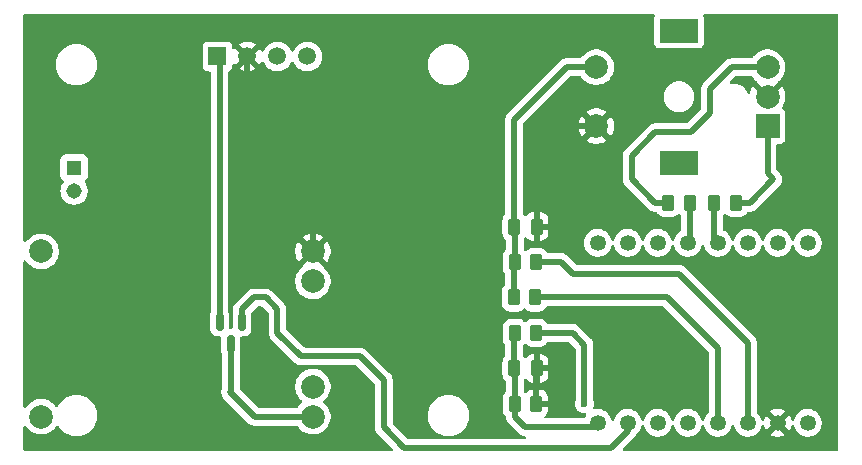
<source format=gbr>
%TF.GenerationSoftware,KiCad,Pcbnew,9.0.7-9.0.7~ubuntu24.04.1*%
%TF.CreationDate,2026-02-02T00:49:15+01:00*%
%TF.ProjectId,HArem,48417265-6d2e-46b6-9963-61645f706362,rev?*%
%TF.SameCoordinates,Original*%
%TF.FileFunction,Copper,L1,Top*%
%TF.FilePolarity,Positive*%
%FSLAX46Y46*%
G04 Gerber Fmt 4.6, Leading zero omitted, Abs format (unit mm)*
G04 Created by KiCad (PCBNEW 9.0.7-9.0.7~ubuntu24.04.1) date 2026-02-02 00:49:15*
%MOMM*%
%LPD*%
G01*
G04 APERTURE LIST*
G04 Aperture macros list*
%AMRoundRect*
0 Rectangle with rounded corners*
0 $1 Rounding radius*
0 $2 $3 $4 $5 $6 $7 $8 $9 X,Y pos of 4 corners*
0 Add a 4 corners polygon primitive as box body*
4,1,4,$2,$3,$4,$5,$6,$7,$8,$9,$2,$3,0*
0 Add four circle primitives for the rounded corners*
1,1,$1+$1,$2,$3*
1,1,$1+$1,$4,$5*
1,1,$1+$1,$6,$7*
1,1,$1+$1,$8,$9*
0 Add four rect primitives between the rounded corners*
20,1,$1+$1,$2,$3,$4,$5,0*
20,1,$1+$1,$4,$5,$6,$7,0*
20,1,$1+$1,$6,$7,$8,$9,0*
20,1,$1+$1,$8,$9,$2,$3,0*%
G04 Aperture macros list end*
%TA.AperFunction,ComponentPad*%
%ADD10C,1.508000*%
%TD*%
%TA.AperFunction,ComponentPad*%
%ADD11R,1.508000X1.508000*%
%TD*%
%TA.AperFunction,ComponentPad*%
%ADD12C,2.000000*%
%TD*%
%TA.AperFunction,SMDPad,CuDef*%
%ADD13RoundRect,0.250000X-0.262500X-0.450000X0.262500X-0.450000X0.262500X0.450000X-0.262500X0.450000X0*%
%TD*%
%TA.AperFunction,SMDPad,CuDef*%
%ADD14RoundRect,0.250000X0.262500X0.450000X-0.262500X0.450000X-0.262500X-0.450000X0.262500X-0.450000X0*%
%TD*%
%TA.AperFunction,SMDPad,CuDef*%
%ADD15RoundRect,0.250000X-0.250000X-0.475000X0.250000X-0.475000X0.250000X0.475000X-0.250000X0.475000X0*%
%TD*%
%TA.AperFunction,SMDPad,CuDef*%
%ADD16RoundRect,0.150000X-0.150000X0.587500X-0.150000X-0.587500X0.150000X-0.587500X0.150000X0.587500X0*%
%TD*%
%TA.AperFunction,ComponentPad*%
%ADD17C,1.348000*%
%TD*%
%TA.AperFunction,ComponentPad*%
%ADD18R,2.000000X2.000000*%
%TD*%
%TA.AperFunction,ComponentPad*%
%ADD19R,3.200000X2.000000*%
%TD*%
%TA.AperFunction,ComponentPad*%
%ADD20R,1.308000X1.308000*%
%TD*%
%TA.AperFunction,ComponentPad*%
%ADD21C,1.308000*%
%TD*%
%TA.AperFunction,ViaPad*%
%ADD22C,0.600000*%
%TD*%
%TA.AperFunction,Conductor*%
%ADD23C,0.500000*%
%TD*%
G04 APERTURE END LIST*
D10*
%TO.P,DS1,4,SDA*%
%TO.N,OLED_SDA*%
X118540000Y-90600000D03*
%TO.P,DS1,3,SCK*%
%TO.N,OLED_SCK*%
X116000000Y-90600000D03*
%TO.P,DS1,2,GND*%
%TO.N,GND*%
X113460000Y-90600000D03*
D11*
%TO.P,DS1,1,VDD*%
%TO.N,Net-(DS1-VDD)*%
X110920000Y-90600000D03*
%TD*%
D12*
%TO.P,U2,6,B-*%
%TO.N,Bat-*%
X118995000Y-109635000D03*
%TO.P,U2,5,B+*%
%TO.N,Bat+*%
X118995000Y-118555000D03*
%TO.P,U2,4,OUT-*%
%TO.N,GND*%
X118995000Y-107095000D03*
%TO.P,U2,3,OUT+*%
%TO.N,+5VD*%
X118995000Y-121095000D03*
%TO.P,U2,2,IN-*%
%TO.N,unconnected-(U2-IN--Pad2)*%
X95995000Y-107095000D03*
%TO.P,U2,1,IN+*%
%TO.N,unconnected-(U2-IN+-Pad1)*%
X95995000Y-121095000D03*
%TD*%
D13*
%TO.P,R4,2*%
%TO.N,Net-(R4-Pad2)*%
X154825000Y-103000000D03*
%TO.P,R4,1*%
%TO.N,ENC_A*%
X153000000Y-103000000D03*
%TD*%
D14*
%TO.P,R3,2*%
%TO.N,Net-(R3-Pad2)*%
X149087500Y-103000000D03*
%TO.P,R3,1*%
%TO.N,ENC_B*%
X150912500Y-103000000D03*
%TD*%
%TO.P,R6,2*%
%TO.N,ADC0*%
X136087500Y-120000000D03*
%TO.P,R6,1*%
%TO.N,GND*%
X137912500Y-120000000D03*
%TD*%
D15*
%TO.P,C2,1*%
%TO.N,ADC0*%
X136050000Y-117000000D03*
%TO.P,C2,2*%
%TO.N,GND*%
X137950000Y-117000000D03*
%TD*%
D16*
%TO.P,Q1,3,C*%
%TO.N,+5VD*%
X112050000Y-114937500D03*
%TO.P,Q1,2,E*%
%TO.N,Net-(DS1-VDD)*%
X111100000Y-113062500D03*
%TO.P,Q1,1,B*%
%TO.N,OLED_PWR*%
X113000000Y-113062500D03*
%TD*%
D15*
%TO.P,C1,1*%
%TO.N,Net-(C1-Pad1)*%
X136050000Y-105000000D03*
%TO.P,C1,2*%
%TO.N,GND*%
X137950000Y-105000000D03*
%TD*%
D17*
%TO.P,U1,0,GPIO0*%
%TO.N,ADC0*%
X143120000Y-121620000D03*
%TO.P,U1,1,GPIO1*%
%TO.N,OLED_PWR*%
X145660000Y-121620000D03*
%TO.P,U1,2,GPIO2*%
%TO.N,unconnected-(U1-GPIO2-Pad2)*%
X148200000Y-121620000D03*
%TO.P,U1,3,GPIO3*%
%TO.N,unconnected-(U1-GPIO3-Pad3)*%
X150740000Y-121620000D03*
%TO.P,U1,3.3,3V3*%
%TO.N,+3.3V*%
X155820000Y-121620000D03*
%TO.P,U1,4,GPIO4*%
%TO.N,ENC_PUSH_BUTTON*%
X153280000Y-121620000D03*
%TO.P,U1,5,GPIO5*%
%TO.N,OLED_SDA*%
X160900000Y-106380000D03*
%TO.P,U1,5V,5V*%
%TO.N,+5VD*%
X160900000Y-121620000D03*
%TO.P,U1,6,GPIO6*%
%TO.N,OLED_SCK*%
X158360000Y-106380000D03*
%TO.P,U1,7,GPIO7*%
%TO.N,unconnected-(U1-GPIO7-Pad7)*%
X155820000Y-106380000D03*
%TO.P,U1,8,GPIO8*%
%TO.N,ENC_A*%
X153280000Y-106380000D03*
%TO.P,U1,9,GPIO9*%
%TO.N,ENC_B*%
X150740000Y-106380000D03*
%TO.P,U1,10,GPIO10*%
%TO.N,unconnected-(U1-GPIO10-Pad10)*%
X148200000Y-106380000D03*
%TO.P,U1,20,GPIO20*%
%TO.N,unconnected-(U1-GPIO20-Pad20)*%
X145660000Y-106380000D03*
%TO.P,U1,21,GPIO21*%
%TO.N,unconnected-(U1-GPIO21-Pad21)*%
X143120000Y-106380000D03*
%TO.P,U1,G,GND*%
%TO.N,GND*%
X158360000Y-121620000D03*
%TD*%
D18*
%TO.P,SW1,A,A*%
%TO.N,Net-(R4-Pad2)*%
X157500000Y-96500000D03*
D12*
%TO.P,SW1,B,B*%
%TO.N,Net-(R3-Pad2)*%
X157500000Y-91500000D03*
%TO.P,SW1,C,C*%
%TO.N,GND*%
X157500000Y-94000000D03*
D19*
%TO.P,SW1,MP*%
%TO.N,N/C*%
X150000000Y-99600000D03*
X150000000Y-88400000D03*
D12*
%TO.P,SW1,S1,S1*%
%TO.N,Net-(C1-Pad1)*%
X143000000Y-91500000D03*
%TO.P,SW1,S2,S2*%
%TO.N,GND*%
X143000000Y-96500000D03*
%TD*%
D13*
%TO.P,R2,1*%
%TO.N,Net-(C1-Pad1)*%
X136000000Y-111000000D03*
%TO.P,R2,2*%
%TO.N,ENC_PUSH_BUTTON*%
X137825000Y-111000000D03*
%TD*%
D14*
%TO.P,R1,1*%
%TO.N,+3.3V*%
X137912500Y-108000000D03*
%TO.P,R1,2*%
%TO.N,Net-(C1-Pad1)*%
X136087500Y-108000000D03*
%TD*%
D20*
%TO.P,J1,1,1*%
%TO.N,Bat-*%
X98787500Y-100000000D03*
D21*
%TO.P,J1,2,2*%
%TO.N,Bat+*%
X98787500Y-102000000D03*
%TD*%
D13*
%TO.P,R5,1*%
%TO.N,ADC0*%
X136087500Y-114000000D03*
%TO.P,R5,2*%
%TO.N,+5VD*%
X137912500Y-114000000D03*
%TD*%
D22*
%TO.N,+5VD*%
X142000000Y-120000000D03*
%TO.N,GND*%
X141000000Y-119000000D03*
X140000000Y-106000000D03*
%TD*%
D23*
%TO.N,Net-(DS1-VDD)*%
X111100000Y-90780000D02*
X111100000Y-113062500D01*
%TO.N,GND*%
X118995000Y-107095000D02*
X119000000Y-107090000D01*
X119000000Y-107090000D02*
X119000000Y-105000000D01*
X114500000Y-104000000D02*
X113460000Y-102960000D01*
X119000000Y-105000000D02*
X118000000Y-104000000D01*
X118000000Y-104000000D02*
X114500000Y-104000000D01*
X113460000Y-102960000D02*
X113460000Y-90600000D01*
%TO.N,+5VD*%
X118995000Y-121095000D02*
X114095000Y-121095000D01*
X114095000Y-121095000D02*
X112000000Y-119000000D01*
X112000000Y-119000000D02*
X112050000Y-118950000D01*
X112050000Y-118950000D02*
X112050000Y-114937500D01*
X142000000Y-120000000D02*
X142000000Y-115000000D01*
X142000000Y-115000000D02*
X141000000Y-114000000D01*
X141000000Y-114000000D02*
X137912500Y-114000000D01*
%TO.N,GND*%
X141000000Y-119000000D02*
X140000000Y-120000000D01*
X140000000Y-120000000D02*
X137912500Y-120000000D01*
X140000000Y-106000000D02*
X139000000Y-105000000D01*
X139000000Y-105000000D02*
X137950000Y-105000000D01*
%TO.N,Net-(C1-Pad1)*%
X143000000Y-91500000D02*
X140500000Y-91500000D01*
X140500000Y-91500000D02*
X136050000Y-95950000D01*
X136050000Y-95950000D02*
X136050000Y-105000000D01*
%TO.N,GND*%
X143000000Y-96500000D02*
X140500000Y-96500000D01*
X140500000Y-96500000D02*
X137950000Y-99050000D01*
X137950000Y-99050000D02*
X137950000Y-105000000D01*
%TO.N,ENC_B*%
X150912500Y-103000000D02*
X150912500Y-106207500D01*
X150912500Y-106207500D02*
X150740000Y-106380000D01*
%TO.N,ENC_A*%
X153000000Y-103000000D02*
X153000000Y-106100000D01*
X153000000Y-106100000D02*
X153280000Y-106380000D01*
%TO.N,Net-(R4-Pad2)*%
X156000000Y-103000000D02*
X158000000Y-101000000D01*
X154825000Y-103000000D02*
X156000000Y-103000000D01*
X158000000Y-101000000D02*
X157500000Y-100500000D01*
X157500000Y-100500000D02*
X157500000Y-96500000D01*
%TO.N,Net-(R3-Pad2)*%
X149087500Y-103000000D02*
X148000000Y-103000000D01*
X154500000Y-91500000D02*
X157500000Y-91500000D01*
X148000000Y-103000000D02*
X146000000Y-101000000D01*
X146000000Y-99000000D02*
X148000000Y-97000000D01*
X146000000Y-101000000D02*
X146000000Y-99000000D01*
X148000000Y-97000000D02*
X151000000Y-97000000D01*
X151000000Y-97000000D02*
X152649000Y-95351000D01*
X152649000Y-95351000D02*
X152649000Y-93351000D01*
X152649000Y-93351000D02*
X154500000Y-91500000D01*
%TO.N,Net-(C1-Pad1)*%
X136087500Y-108000000D02*
X136087500Y-105037500D01*
X136087500Y-105037500D02*
X136050000Y-105000000D01*
X136000000Y-111000000D02*
X136000000Y-108087500D01*
X136000000Y-108087500D02*
X136087500Y-108000000D01*
%TO.N,+3.3V*%
X137912500Y-108000000D02*
X140000000Y-108000000D01*
X140000000Y-108000000D02*
X141000000Y-109000000D01*
X141000000Y-109000000D02*
X150000000Y-109000000D01*
X150000000Y-109000000D02*
X155820000Y-114820000D01*
X155820000Y-114820000D02*
X155820000Y-121620000D01*
%TO.N,ENC_PUSH_BUTTON*%
X137825000Y-111000000D02*
X149000000Y-111000000D01*
X149000000Y-111000000D02*
X153280000Y-115280000D01*
X153280000Y-115280000D02*
X153280000Y-121620000D01*
%TO.N,ADC0*%
X136050000Y-117000000D02*
X136050000Y-114037500D01*
X136050000Y-114037500D02*
X136087500Y-114000000D01*
%TO.N,GND*%
X137912500Y-120000000D02*
X137912500Y-117037500D01*
X137912500Y-117037500D02*
X137950000Y-117000000D01*
%TO.N,ADC0*%
X136087500Y-120000000D02*
X136087500Y-117037500D01*
X136087500Y-117037500D02*
X136050000Y-117000000D01*
X136087500Y-120000000D02*
X136087500Y-121087500D01*
X136087500Y-121087500D02*
X137000000Y-122000000D01*
X137000000Y-122000000D02*
X142740000Y-122000000D01*
X142740000Y-122000000D02*
X143120000Y-121620000D01*
%TO.N,OLED_PWR*%
X113000000Y-113062500D02*
X113000000Y-112000000D01*
X113000000Y-112000000D02*
X114000000Y-111000000D01*
X114000000Y-111000000D02*
X115000000Y-111000000D01*
X115000000Y-111000000D02*
X116000000Y-112000000D01*
X116000000Y-112000000D02*
X116000000Y-114000000D01*
X118000000Y-116000000D02*
X123000000Y-116000000D01*
X116000000Y-114000000D02*
X118000000Y-116000000D01*
X123000000Y-116000000D02*
X125000000Y-118000000D01*
X125000000Y-118000000D02*
X125000000Y-122000000D01*
X125000000Y-122000000D02*
X126749000Y-123749000D01*
X126749000Y-123749000D02*
X144251000Y-123749000D01*
X144251000Y-123749000D02*
X145660000Y-122340000D01*
X145660000Y-122340000D02*
X145660000Y-121620000D01*
%TO.N,Net-(DS1-VDD)*%
X111100000Y-90780000D02*
X110920000Y-90600000D01*
%TD*%
%TA.AperFunction,Conductor*%
%TO.N,GND*%
G36*
X156194408Y-92270185D02*
G01*
X156227685Y-92301613D01*
X156355483Y-92477510D01*
X156522490Y-92644517D01*
X156578739Y-92685384D01*
X156621403Y-92740713D01*
X156626095Y-92772542D01*
X157370591Y-93517037D01*
X157307007Y-93534075D01*
X157192993Y-93599901D01*
X157099901Y-93692993D01*
X157034075Y-93807007D01*
X157017037Y-93870591D01*
X156277340Y-93130894D01*
X156217084Y-93213830D01*
X156109897Y-93424197D01*
X156036932Y-93648756D01*
X156035987Y-93652695D01*
X156001191Y-93713284D01*
X155939162Y-93745442D01*
X155869594Y-93738960D01*
X155814574Y-93695895D01*
X155800855Y-93671189D01*
X155791561Y-93648752D01*
X155771327Y-93599901D01*
X155730943Y-93502405D01*
X155615975Y-93330342D01*
X155469657Y-93184024D01*
X155383626Y-93126541D01*
X155297598Y-93069059D01*
X155252790Y-93050499D01*
X155106420Y-92989870D01*
X155106412Y-92989868D01*
X154903469Y-92949500D01*
X154903465Y-92949500D01*
X154411229Y-92949500D01*
X154344190Y-92929815D01*
X154298435Y-92877011D01*
X154288491Y-92807853D01*
X154317516Y-92744297D01*
X154323548Y-92737819D01*
X154774548Y-92286819D01*
X154835871Y-92253334D01*
X154862229Y-92250500D01*
X156127369Y-92250500D01*
X156194408Y-92270185D01*
G37*
%TD.AperFunction*%
%TA.AperFunction,Conductor*%
G36*
X147903270Y-87020185D02*
G01*
X147949025Y-87072989D01*
X147958969Y-87142147D01*
X147952413Y-87167833D01*
X147905908Y-87292517D01*
X147899501Y-87352116D01*
X147899501Y-87352123D01*
X147899500Y-87352135D01*
X147899500Y-89447870D01*
X147899501Y-89447876D01*
X147905908Y-89507483D01*
X147956202Y-89642328D01*
X147956206Y-89642335D01*
X148042452Y-89757544D01*
X148042455Y-89757547D01*
X148157664Y-89843793D01*
X148157671Y-89843797D01*
X148292517Y-89894091D01*
X148292516Y-89894091D01*
X148299444Y-89894835D01*
X148352127Y-89900500D01*
X151647872Y-89900499D01*
X151707483Y-89894091D01*
X151842331Y-89843796D01*
X151957546Y-89757546D01*
X152043796Y-89642331D01*
X152094091Y-89507483D01*
X152100500Y-89447873D01*
X152100499Y-87352128D01*
X152094091Y-87292517D01*
X152047587Y-87167833D01*
X152042603Y-87098141D01*
X152076088Y-87036818D01*
X152137411Y-87003334D01*
X152163769Y-87000500D01*
X163375500Y-87000500D01*
X163442539Y-87020185D01*
X163488294Y-87072989D01*
X163499500Y-87124500D01*
X163499500Y-123875500D01*
X163479815Y-123942539D01*
X163427011Y-123988294D01*
X163375500Y-123999500D01*
X145361230Y-123999500D01*
X145294191Y-123979815D01*
X145248436Y-123927011D01*
X145238492Y-123857853D01*
X145267517Y-123794297D01*
X145273549Y-123787819D01*
X146242948Y-122818420D01*
X146242952Y-122818416D01*
X146316426Y-122708452D01*
X146325084Y-122695495D01*
X146375838Y-122572962D01*
X146376638Y-122571194D01*
X146392156Y-122553145D01*
X146416750Y-122521951D01*
X146425136Y-122515859D01*
X146555859Y-122385136D01*
X146560795Y-122378343D01*
X146577394Y-122355495D01*
X146664523Y-122235572D01*
X146748452Y-122070852D01*
X146805580Y-121895029D01*
X146807527Y-121882737D01*
X146837456Y-121819602D01*
X146896768Y-121782671D01*
X146966630Y-121783669D01*
X147024863Y-121822279D01*
X147052473Y-121882737D01*
X147054420Y-121895030D01*
X147111546Y-122070849D01*
X147111547Y-122070852D01*
X147195479Y-122235575D01*
X147304135Y-122385129D01*
X147304139Y-122385134D01*
X147434865Y-122515860D01*
X147434870Y-122515864D01*
X147527210Y-122582952D01*
X147584428Y-122624523D01*
X147692106Y-122679388D01*
X147749147Y-122708452D01*
X147749150Y-122708453D01*
X147924969Y-122765580D01*
X148107560Y-122794500D01*
X148107565Y-122794500D01*
X148292440Y-122794500D01*
X148475030Y-122765580D01*
X148650849Y-122708453D01*
X148650852Y-122708452D01*
X148651767Y-122707986D01*
X148815572Y-122624523D01*
X148965136Y-122515859D01*
X149095859Y-122385136D01*
X149204523Y-122235572D01*
X149288452Y-122070852D01*
X149345580Y-121895029D01*
X149347527Y-121882737D01*
X149377456Y-121819602D01*
X149436768Y-121782671D01*
X149506630Y-121783669D01*
X149564863Y-121822279D01*
X149592473Y-121882737D01*
X149594420Y-121895030D01*
X149651546Y-122070849D01*
X149651547Y-122070852D01*
X149735479Y-122235575D01*
X149844135Y-122385129D01*
X149844139Y-122385134D01*
X149974865Y-122515860D01*
X149974870Y-122515864D01*
X150067210Y-122582952D01*
X150124428Y-122624523D01*
X150232106Y-122679388D01*
X150289147Y-122708452D01*
X150289150Y-122708453D01*
X150464969Y-122765580D01*
X150647560Y-122794500D01*
X150647565Y-122794500D01*
X150832440Y-122794500D01*
X151015030Y-122765580D01*
X151190849Y-122708453D01*
X151190852Y-122708452D01*
X151191767Y-122707986D01*
X151355572Y-122624523D01*
X151505136Y-122515859D01*
X151635859Y-122385136D01*
X151744523Y-122235572D01*
X151828452Y-122070852D01*
X151885580Y-121895029D01*
X151887527Y-121882737D01*
X151917456Y-121819602D01*
X151976768Y-121782671D01*
X152046630Y-121783669D01*
X152104863Y-121822279D01*
X152132473Y-121882737D01*
X152134420Y-121895030D01*
X152191546Y-122070849D01*
X152191547Y-122070852D01*
X152275479Y-122235575D01*
X152384135Y-122385129D01*
X152384139Y-122385134D01*
X152514865Y-122515860D01*
X152514870Y-122515864D01*
X152607210Y-122582952D01*
X152664428Y-122624523D01*
X152772106Y-122679388D01*
X152829147Y-122708452D01*
X152829150Y-122708453D01*
X153004969Y-122765580D01*
X153187560Y-122794500D01*
X153187565Y-122794500D01*
X153372440Y-122794500D01*
X153555030Y-122765580D01*
X153730849Y-122708453D01*
X153730852Y-122708452D01*
X153731767Y-122707986D01*
X153895572Y-122624523D01*
X154045136Y-122515859D01*
X154175859Y-122385136D01*
X154284523Y-122235572D01*
X154368452Y-122070852D01*
X154425580Y-121895029D01*
X154427527Y-121882737D01*
X154457456Y-121819602D01*
X154516768Y-121782671D01*
X154586630Y-121783669D01*
X154644863Y-121822279D01*
X154672473Y-121882737D01*
X154674420Y-121895030D01*
X154731546Y-122070849D01*
X154731547Y-122070852D01*
X154815479Y-122235575D01*
X154924135Y-122385129D01*
X154924139Y-122385134D01*
X155054865Y-122515860D01*
X155054870Y-122515864D01*
X155147210Y-122582952D01*
X155204428Y-122624523D01*
X155312106Y-122679388D01*
X155369147Y-122708452D01*
X155369150Y-122708453D01*
X155544969Y-122765580D01*
X155727560Y-122794500D01*
X155727565Y-122794500D01*
X155912440Y-122794500D01*
X156095030Y-122765580D01*
X156270849Y-122708453D01*
X156270852Y-122708452D01*
X156271767Y-122707986D01*
X156435572Y-122624523D01*
X156585136Y-122515859D01*
X156715859Y-122385136D01*
X156824523Y-122235572D01*
X156908452Y-122070852D01*
X156965580Y-121895029D01*
X156967780Y-121881137D01*
X156997708Y-121818005D01*
X157057019Y-121781073D01*
X157126882Y-121782069D01*
X157185115Y-121820678D01*
X157212726Y-121881136D01*
X157214907Y-121894910D01*
X157272014Y-122070664D01*
X157355900Y-122235303D01*
X157355903Y-122235307D01*
X157370730Y-122255715D01*
X157370730Y-122255716D01*
X157942356Y-121684090D01*
X157968622Y-121782114D01*
X158023916Y-121877886D01*
X158102114Y-121956084D01*
X158197886Y-122011378D01*
X158295909Y-122037643D01*
X157724283Y-122609268D01*
X157724283Y-122609269D01*
X157744686Y-122624092D01*
X157909338Y-122707986D01*
X158085091Y-122765092D01*
X158267605Y-122794000D01*
X158452395Y-122794000D01*
X158634908Y-122765092D01*
X158810661Y-122707986D01*
X158975310Y-122624094D01*
X158995715Y-122609268D01*
X158995716Y-122609268D01*
X158424090Y-122037642D01*
X158522114Y-122011378D01*
X158617886Y-121956084D01*
X158696084Y-121877886D01*
X158751378Y-121782114D01*
X158777643Y-121684090D01*
X159349268Y-122255716D01*
X159349268Y-122255715D01*
X159364094Y-122235310D01*
X159447986Y-122070661D01*
X159505091Y-121894911D01*
X159507272Y-121881143D01*
X159537199Y-121818007D01*
X159596509Y-121781073D01*
X159666372Y-121782068D01*
X159724606Y-121820676D01*
X159752219Y-121881133D01*
X159752220Y-121881140D01*
X159754420Y-121895029D01*
X159754420Y-121895031D01*
X159754421Y-121895033D01*
X159811546Y-122070849D01*
X159811547Y-122070852D01*
X159895479Y-122235575D01*
X160004135Y-122385129D01*
X160004139Y-122385134D01*
X160134865Y-122515860D01*
X160134870Y-122515864D01*
X160227210Y-122582952D01*
X160284428Y-122624523D01*
X160392106Y-122679388D01*
X160449147Y-122708452D01*
X160449150Y-122708453D01*
X160624969Y-122765580D01*
X160807560Y-122794500D01*
X160807565Y-122794500D01*
X160992440Y-122794500D01*
X161175030Y-122765580D01*
X161350849Y-122708453D01*
X161350852Y-122708452D01*
X161351767Y-122707986D01*
X161515572Y-122624523D01*
X161665136Y-122515859D01*
X161795859Y-122385136D01*
X161904523Y-122235572D01*
X161988452Y-122070852D01*
X162007776Y-122011378D01*
X162045580Y-121895030D01*
X162074500Y-121712440D01*
X162074500Y-121527559D01*
X162045580Y-121344969D01*
X161988453Y-121169150D01*
X161988452Y-121169147D01*
X161957221Y-121107853D01*
X161904523Y-121004428D01*
X161884524Y-120976902D01*
X161795864Y-120854870D01*
X161795860Y-120854865D01*
X161665134Y-120724139D01*
X161665129Y-120724135D01*
X161515575Y-120615479D01*
X161515574Y-120615478D01*
X161515572Y-120615477D01*
X161462799Y-120588588D01*
X161350852Y-120531547D01*
X161350849Y-120531546D01*
X161175030Y-120474419D01*
X160992440Y-120445500D01*
X160992435Y-120445500D01*
X160807565Y-120445500D01*
X160807560Y-120445500D01*
X160624969Y-120474419D01*
X160449150Y-120531546D01*
X160449147Y-120531547D01*
X160284424Y-120615479D01*
X160134870Y-120724135D01*
X160134865Y-120724139D01*
X160004139Y-120854865D01*
X160004135Y-120854870D01*
X159895479Y-121004424D01*
X159811547Y-121169147D01*
X159811546Y-121169150D01*
X159754419Y-121344971D01*
X159752218Y-121358867D01*
X159722286Y-121422000D01*
X159662973Y-121458928D01*
X159593110Y-121457927D01*
X159534879Y-121419315D01*
X159507272Y-121358857D01*
X159505091Y-121345087D01*
X159447986Y-121169338D01*
X159364092Y-121004686D01*
X159349269Y-120984283D01*
X158777642Y-121555909D01*
X158751378Y-121457886D01*
X158696084Y-121362114D01*
X158617886Y-121283916D01*
X158522114Y-121228622D01*
X158424090Y-121202356D01*
X158995716Y-120630730D01*
X158975307Y-120615903D01*
X158975303Y-120615900D01*
X158810664Y-120532014D01*
X158634908Y-120474907D01*
X158452395Y-120446000D01*
X158267605Y-120446000D01*
X158085091Y-120474907D01*
X157909338Y-120532013D01*
X157744692Y-120615903D01*
X157744688Y-120615906D01*
X157724283Y-120630729D01*
X157724283Y-120630730D01*
X158295910Y-121202356D01*
X158197886Y-121228622D01*
X158102114Y-121283916D01*
X158023916Y-121362114D01*
X157968622Y-121457886D01*
X157942356Y-121555909D01*
X157370730Y-120984283D01*
X157370729Y-120984283D01*
X157355906Y-121004688D01*
X157355903Y-121004692D01*
X157272013Y-121169338D01*
X157214908Y-121345088D01*
X157212726Y-121358864D01*
X157182795Y-121421998D01*
X157123483Y-121458928D01*
X157053620Y-121457928D01*
X156995388Y-121419317D01*
X156967780Y-121358860D01*
X156965580Y-121344970D01*
X156908453Y-121169150D01*
X156908452Y-121169147D01*
X156877221Y-121107853D01*
X156824523Y-121004428D01*
X156814404Y-120990501D01*
X156715865Y-120854871D01*
X156715861Y-120854867D01*
X156715859Y-120854864D01*
X156626664Y-120765669D01*
X156626664Y-120765668D01*
X156606819Y-120745823D01*
X156573334Y-120684500D01*
X156570500Y-120658142D01*
X156570500Y-114746079D01*
X156541659Y-114601092D01*
X156541658Y-114601091D01*
X156541658Y-114601087D01*
X156523953Y-114558343D01*
X156485087Y-114464511D01*
X156485080Y-114464498D01*
X156437302Y-114392994D01*
X156402952Y-114341584D01*
X153478417Y-111417049D01*
X150478421Y-108417052D01*
X150478414Y-108417046D01*
X150404729Y-108367812D01*
X150404729Y-108367813D01*
X150355491Y-108334913D01*
X150218917Y-108278343D01*
X150218907Y-108278340D01*
X150073920Y-108249500D01*
X150073918Y-108249500D01*
X141362229Y-108249500D01*
X141295190Y-108229815D01*
X141274548Y-108213181D01*
X140478421Y-107417052D01*
X140478420Y-107417051D01*
X140448716Y-107397204D01*
X140401779Y-107365842D01*
X140401778Y-107365841D01*
X140355501Y-107334919D01*
X140355488Y-107334912D01*
X140218917Y-107278343D01*
X140218907Y-107278340D01*
X140073920Y-107249500D01*
X140073918Y-107249500D01*
X138940638Y-107249500D01*
X138873599Y-107229815D01*
X138835099Y-107190597D01*
X138767712Y-107081344D01*
X138643656Y-106957288D01*
X138494334Y-106865186D01*
X138327797Y-106810001D01*
X138327795Y-106810000D01*
X138225010Y-106799500D01*
X137599998Y-106799500D01*
X137599980Y-106799501D01*
X137497203Y-106810000D01*
X137497200Y-106810001D01*
X137330668Y-106865185D01*
X137330663Y-106865187D01*
X137181342Y-106957289D01*
X137087681Y-107050951D01*
X137079735Y-107055289D01*
X137074310Y-107062537D01*
X137049550Y-107071771D01*
X137026358Y-107084436D01*
X137017328Y-107083790D01*
X137008846Y-107086954D01*
X136983025Y-107081337D01*
X136956666Y-107079452D01*
X136947612Y-107073633D01*
X136940573Y-107072102D01*
X136912319Y-107050951D01*
X136874319Y-107012951D01*
X136840834Y-106951628D01*
X136838000Y-106925270D01*
X136838000Y-106287559D01*
X141945500Y-106287559D01*
X141945500Y-106472440D01*
X141974419Y-106655030D01*
X142031546Y-106830849D01*
X142031547Y-106830852D01*
X142067803Y-106902007D01*
X142113814Y-106992309D01*
X142115479Y-106995575D01*
X142224135Y-107145129D01*
X142224139Y-107145134D01*
X142354865Y-107275860D01*
X142354870Y-107275864D01*
X142478714Y-107365841D01*
X142504428Y-107384523D01*
X142612106Y-107439388D01*
X142669147Y-107468452D01*
X142669150Y-107468453D01*
X142844969Y-107525580D01*
X143027560Y-107554500D01*
X143027565Y-107554500D01*
X143212440Y-107554500D01*
X143395030Y-107525580D01*
X143570849Y-107468453D01*
X143570852Y-107468452D01*
X143735572Y-107384523D01*
X143885136Y-107275859D01*
X144015859Y-107145136D01*
X144124523Y-106995572D01*
X144208452Y-106830852D01*
X144265580Y-106655029D01*
X144267527Y-106642737D01*
X144297456Y-106579602D01*
X144356768Y-106542671D01*
X144426630Y-106543669D01*
X144484863Y-106582279D01*
X144512473Y-106642737D01*
X144514420Y-106655030D01*
X144571546Y-106830849D01*
X144571547Y-106830852D01*
X144607803Y-106902007D01*
X144653814Y-106992309D01*
X144655479Y-106995575D01*
X144764135Y-107145129D01*
X144764139Y-107145134D01*
X144894865Y-107275860D01*
X144894870Y-107275864D01*
X145018714Y-107365841D01*
X145044428Y-107384523D01*
X145152106Y-107439388D01*
X145209147Y-107468452D01*
X145209150Y-107468453D01*
X145384969Y-107525580D01*
X145567560Y-107554500D01*
X145567565Y-107554500D01*
X145752440Y-107554500D01*
X145935030Y-107525580D01*
X146110849Y-107468453D01*
X146110852Y-107468452D01*
X146275572Y-107384523D01*
X146425136Y-107275859D01*
X146555859Y-107145136D01*
X146664523Y-106995572D01*
X146748452Y-106830852D01*
X146805580Y-106655029D01*
X146807527Y-106642737D01*
X146837456Y-106579602D01*
X146896768Y-106542671D01*
X146966630Y-106543669D01*
X147024863Y-106582279D01*
X147052473Y-106642737D01*
X147054420Y-106655030D01*
X147111546Y-106830849D01*
X147111547Y-106830852D01*
X147147803Y-106902007D01*
X147193814Y-106992309D01*
X147195479Y-106995575D01*
X147304135Y-107145129D01*
X147304139Y-107145134D01*
X147434865Y-107275860D01*
X147434870Y-107275864D01*
X147558714Y-107365841D01*
X147584428Y-107384523D01*
X147692106Y-107439388D01*
X147749147Y-107468452D01*
X147749150Y-107468453D01*
X147924969Y-107525580D01*
X148107560Y-107554500D01*
X148107565Y-107554500D01*
X148292440Y-107554500D01*
X148475030Y-107525580D01*
X148650849Y-107468453D01*
X148650852Y-107468452D01*
X148815572Y-107384523D01*
X148965136Y-107275859D01*
X149095859Y-107145136D01*
X149204523Y-106995572D01*
X149288452Y-106830852D01*
X149345580Y-106655029D01*
X149347527Y-106642737D01*
X149377456Y-106579602D01*
X149436768Y-106542671D01*
X149506630Y-106543669D01*
X149564863Y-106582279D01*
X149592473Y-106642737D01*
X149594420Y-106655030D01*
X149651546Y-106830849D01*
X149651547Y-106830852D01*
X149687803Y-106902007D01*
X149733814Y-106992309D01*
X149735479Y-106995575D01*
X149844135Y-107145129D01*
X149844139Y-107145134D01*
X149974865Y-107275860D01*
X149974870Y-107275864D01*
X150098714Y-107365841D01*
X150124428Y-107384523D01*
X150232106Y-107439388D01*
X150289147Y-107468452D01*
X150289150Y-107468453D01*
X150464969Y-107525580D01*
X150647560Y-107554500D01*
X150647565Y-107554500D01*
X150832440Y-107554500D01*
X151015030Y-107525580D01*
X151190849Y-107468453D01*
X151190852Y-107468452D01*
X151355572Y-107384523D01*
X151505136Y-107275859D01*
X151635859Y-107145136D01*
X151744523Y-106995572D01*
X151828452Y-106830852D01*
X151885580Y-106655029D01*
X151887527Y-106642737D01*
X151917456Y-106579602D01*
X151976768Y-106542671D01*
X152046630Y-106543669D01*
X152104863Y-106582279D01*
X152132473Y-106642737D01*
X152134420Y-106655030D01*
X152191546Y-106830849D01*
X152191547Y-106830852D01*
X152227803Y-106902007D01*
X152273814Y-106992309D01*
X152275479Y-106995575D01*
X152384135Y-107145129D01*
X152384139Y-107145134D01*
X152514865Y-107275860D01*
X152514870Y-107275864D01*
X152638714Y-107365841D01*
X152664428Y-107384523D01*
X152772106Y-107439388D01*
X152829147Y-107468452D01*
X152829150Y-107468453D01*
X153004969Y-107525580D01*
X153187560Y-107554500D01*
X153187565Y-107554500D01*
X153372440Y-107554500D01*
X153555030Y-107525580D01*
X153730849Y-107468453D01*
X153730852Y-107468452D01*
X153895572Y-107384523D01*
X154045136Y-107275859D01*
X154175859Y-107145136D01*
X154284523Y-106995572D01*
X154368452Y-106830852D01*
X154425580Y-106655029D01*
X154427527Y-106642737D01*
X154457456Y-106579602D01*
X154516768Y-106542671D01*
X154586630Y-106543669D01*
X154644863Y-106582279D01*
X154672473Y-106642737D01*
X154674420Y-106655030D01*
X154731546Y-106830849D01*
X154731547Y-106830852D01*
X154767803Y-106902007D01*
X154813814Y-106992309D01*
X154815479Y-106995575D01*
X154924135Y-107145129D01*
X154924139Y-107145134D01*
X155054865Y-107275860D01*
X155054870Y-107275864D01*
X155178714Y-107365841D01*
X155204428Y-107384523D01*
X155312106Y-107439388D01*
X155369147Y-107468452D01*
X155369150Y-107468453D01*
X155544969Y-107525580D01*
X155727560Y-107554500D01*
X155727565Y-107554500D01*
X155912440Y-107554500D01*
X156095030Y-107525580D01*
X156270849Y-107468453D01*
X156270852Y-107468452D01*
X156435572Y-107384523D01*
X156585136Y-107275859D01*
X156715859Y-107145136D01*
X156824523Y-106995572D01*
X156908452Y-106830852D01*
X156965580Y-106655029D01*
X156967527Y-106642737D01*
X156997456Y-106579602D01*
X157056768Y-106542671D01*
X157126630Y-106543669D01*
X157184863Y-106582279D01*
X157212473Y-106642737D01*
X157214420Y-106655030D01*
X157271546Y-106830849D01*
X157271547Y-106830852D01*
X157307803Y-106902007D01*
X157353814Y-106992309D01*
X157355479Y-106995575D01*
X157464135Y-107145129D01*
X157464139Y-107145134D01*
X157594865Y-107275860D01*
X157594870Y-107275864D01*
X157718714Y-107365841D01*
X157744428Y-107384523D01*
X157852106Y-107439388D01*
X157909147Y-107468452D01*
X157909150Y-107468453D01*
X158084969Y-107525580D01*
X158267560Y-107554500D01*
X158267565Y-107554500D01*
X158452440Y-107554500D01*
X158635030Y-107525580D01*
X158810849Y-107468453D01*
X158810852Y-107468452D01*
X158975572Y-107384523D01*
X159125136Y-107275859D01*
X159255859Y-107145136D01*
X159364523Y-106995572D01*
X159448452Y-106830852D01*
X159505580Y-106655029D01*
X159507527Y-106642737D01*
X159537456Y-106579602D01*
X159596768Y-106542671D01*
X159666630Y-106543669D01*
X159724863Y-106582279D01*
X159752473Y-106642737D01*
X159754420Y-106655030D01*
X159811546Y-106830849D01*
X159811547Y-106830852D01*
X159847803Y-106902007D01*
X159893814Y-106992309D01*
X159895479Y-106995575D01*
X160004135Y-107145129D01*
X160004139Y-107145134D01*
X160134865Y-107275860D01*
X160134870Y-107275864D01*
X160258714Y-107365841D01*
X160284428Y-107384523D01*
X160392106Y-107439388D01*
X160449147Y-107468452D01*
X160449150Y-107468453D01*
X160624969Y-107525580D01*
X160807560Y-107554500D01*
X160807565Y-107554500D01*
X160992440Y-107554500D01*
X161175030Y-107525580D01*
X161350849Y-107468453D01*
X161350852Y-107468452D01*
X161515572Y-107384523D01*
X161665136Y-107275859D01*
X161795859Y-107145136D01*
X161904523Y-106995572D01*
X161988452Y-106830852D01*
X161995227Y-106810000D01*
X162045580Y-106655030D01*
X162074500Y-106472440D01*
X162074500Y-106287559D01*
X162045580Y-106104969D01*
X161988453Y-105929150D01*
X161988452Y-105929147D01*
X161959388Y-105872106D01*
X161904523Y-105764428D01*
X161890639Y-105745318D01*
X161795864Y-105614870D01*
X161795860Y-105614865D01*
X161665134Y-105484139D01*
X161665129Y-105484135D01*
X161515575Y-105375479D01*
X161515574Y-105375478D01*
X161515572Y-105375477D01*
X161438202Y-105336055D01*
X161350852Y-105291547D01*
X161350849Y-105291546D01*
X161175030Y-105234419D01*
X160992440Y-105205500D01*
X160992435Y-105205500D01*
X160807565Y-105205500D01*
X160807560Y-105205500D01*
X160624969Y-105234419D01*
X160449150Y-105291546D01*
X160449147Y-105291547D01*
X160284424Y-105375479D01*
X160134870Y-105484135D01*
X160134865Y-105484139D01*
X160004139Y-105614865D01*
X160004135Y-105614870D01*
X159895479Y-105764424D01*
X159811547Y-105929147D01*
X159811546Y-105929150D01*
X159754420Y-106104969D01*
X159752473Y-106117263D01*
X159722543Y-106180397D01*
X159663231Y-106217328D01*
X159593369Y-106216330D01*
X159535136Y-106177719D01*
X159507527Y-106117263D01*
X159507192Y-106115150D01*
X159505580Y-106104971D01*
X159453167Y-105943659D01*
X159448453Y-105929150D01*
X159448452Y-105929147D01*
X159419388Y-105872106D01*
X159364523Y-105764428D01*
X159350639Y-105745318D01*
X159255864Y-105614870D01*
X159255860Y-105614865D01*
X159125134Y-105484139D01*
X159125129Y-105484135D01*
X158975575Y-105375479D01*
X158975574Y-105375478D01*
X158975572Y-105375477D01*
X158898202Y-105336055D01*
X158810852Y-105291547D01*
X158810849Y-105291546D01*
X158635030Y-105234419D01*
X158452440Y-105205500D01*
X158452435Y-105205500D01*
X158267565Y-105205500D01*
X158267560Y-105205500D01*
X158084969Y-105234419D01*
X157909150Y-105291546D01*
X157909147Y-105291547D01*
X157744424Y-105375479D01*
X157594870Y-105484135D01*
X157594865Y-105484139D01*
X157464139Y-105614865D01*
X157464135Y-105614870D01*
X157355479Y-105764424D01*
X157271547Y-105929147D01*
X157271546Y-105929150D01*
X157214420Y-106104969D01*
X157212473Y-106117263D01*
X157182543Y-106180397D01*
X157123231Y-106217328D01*
X157053369Y-106216330D01*
X156995136Y-106177719D01*
X156967527Y-106117263D01*
X156967192Y-106115150D01*
X156965580Y-106104971D01*
X156913167Y-105943659D01*
X156908453Y-105929150D01*
X156908452Y-105929147D01*
X156879388Y-105872106D01*
X156824523Y-105764428D01*
X156810639Y-105745318D01*
X156715864Y-105614870D01*
X156715860Y-105614865D01*
X156585134Y-105484139D01*
X156585129Y-105484135D01*
X156435575Y-105375479D01*
X156435574Y-105375478D01*
X156435572Y-105375477D01*
X156358202Y-105336055D01*
X156270852Y-105291547D01*
X156270849Y-105291546D01*
X156095030Y-105234419D01*
X155912440Y-105205500D01*
X155912435Y-105205500D01*
X155727565Y-105205500D01*
X155727560Y-105205500D01*
X155544969Y-105234419D01*
X155369150Y-105291546D01*
X155369147Y-105291547D01*
X155204424Y-105375479D01*
X155054870Y-105484135D01*
X155054865Y-105484139D01*
X154924139Y-105614865D01*
X154924135Y-105614870D01*
X154815479Y-105764424D01*
X154731547Y-105929147D01*
X154731546Y-105929150D01*
X154674420Y-106104969D01*
X154672473Y-106117263D01*
X154642543Y-106180397D01*
X154583231Y-106217328D01*
X154513369Y-106216330D01*
X154455136Y-106177719D01*
X154427527Y-106117263D01*
X154427192Y-106115150D01*
X154425580Y-106104971D01*
X154373167Y-105943659D01*
X154368453Y-105929150D01*
X154368452Y-105929147D01*
X154339388Y-105872106D01*
X154284523Y-105764428D01*
X154270639Y-105745318D01*
X154175864Y-105614870D01*
X154175860Y-105614865D01*
X154045134Y-105484139D01*
X154045129Y-105484135D01*
X153895573Y-105375477D01*
X153818204Y-105336055D01*
X153767409Y-105288081D01*
X153750500Y-105225571D01*
X153750500Y-104074730D01*
X153759144Y-104045289D01*
X153765668Y-104015303D01*
X153769422Y-104010287D01*
X153770185Y-104007691D01*
X153786819Y-103987049D01*
X153824819Y-103949049D01*
X153886142Y-103915564D01*
X153955834Y-103920548D01*
X154000181Y-103949049D01*
X154093844Y-104042712D01*
X154243166Y-104134814D01*
X154409703Y-104189999D01*
X154512491Y-104200500D01*
X155137508Y-104200499D01*
X155137516Y-104200498D01*
X155137519Y-104200498D01*
X155193802Y-104194748D01*
X155240297Y-104189999D01*
X155406834Y-104134814D01*
X155556156Y-104042712D01*
X155680212Y-103918656D01*
X155747599Y-103809402D01*
X155799547Y-103762679D01*
X155853138Y-103750500D01*
X156073920Y-103750500D01*
X156171462Y-103731096D01*
X156218913Y-103721658D01*
X156355495Y-103665084D01*
X156404729Y-103632186D01*
X156478416Y-103582952D01*
X158478413Y-101582953D01*
X158478416Y-101582952D01*
X158582952Y-101478416D01*
X158665084Y-101355495D01*
X158721658Y-101218913D01*
X158740670Y-101123335D01*
X158750500Y-101073920D01*
X158750500Y-100926080D01*
X158721659Y-100781093D01*
X158721658Y-100781092D01*
X158721658Y-100781088D01*
X158665084Y-100644506D01*
X158582952Y-100521584D01*
X158582947Y-100521579D01*
X158582947Y-100521578D01*
X158286819Y-100225450D01*
X158253334Y-100164127D01*
X158250500Y-100137769D01*
X158250500Y-98124499D01*
X158270185Y-98057460D01*
X158322989Y-98011705D01*
X158374500Y-98000499D01*
X158547871Y-98000499D01*
X158547872Y-98000499D01*
X158607483Y-97994091D01*
X158742331Y-97943796D01*
X158857546Y-97857546D01*
X158943796Y-97742331D01*
X158994091Y-97607483D01*
X159000500Y-97547873D01*
X159000499Y-95452128D01*
X158994091Y-95392517D01*
X158943796Y-95257669D01*
X158943795Y-95257668D01*
X158943793Y-95257664D01*
X158857547Y-95142455D01*
X158739400Y-95054009D01*
X158697530Y-94998075D01*
X158692546Y-94928383D01*
X158713394Y-94881857D01*
X158782914Y-94786171D01*
X158890102Y-94575802D01*
X158963065Y-94351247D01*
X159000000Y-94118052D01*
X159000000Y-93881947D01*
X158963065Y-93648752D01*
X158890102Y-93424197D01*
X158782914Y-93213828D01*
X158722658Y-93130894D01*
X158722658Y-93130893D01*
X157982962Y-93870589D01*
X157965925Y-93807007D01*
X157900099Y-93692993D01*
X157807007Y-93599901D01*
X157692993Y-93534075D01*
X157629409Y-93517037D01*
X158375716Y-92770729D01*
X158384891Y-92727054D01*
X158421257Y-92685386D01*
X158477510Y-92644517D01*
X158644517Y-92477510D01*
X158783343Y-92286433D01*
X158890568Y-92075992D01*
X158963553Y-91851368D01*
X158968149Y-91822349D01*
X159000500Y-91618097D01*
X159000500Y-91381902D01*
X158963553Y-91148631D01*
X158921581Y-91019455D01*
X158890568Y-90924008D01*
X158890566Y-90924005D01*
X158890566Y-90924003D01*
X158834002Y-90812991D01*
X158783343Y-90713567D01*
X158644517Y-90522490D01*
X158477510Y-90355483D01*
X158286433Y-90216657D01*
X158075996Y-90109433D01*
X157851368Y-90036446D01*
X157618097Y-89999500D01*
X157618092Y-89999500D01*
X157381908Y-89999500D01*
X157381903Y-89999500D01*
X157148631Y-90036446D01*
X156924003Y-90109433D01*
X156713566Y-90216657D01*
X156608500Y-90292993D01*
X156522490Y-90355483D01*
X156522488Y-90355485D01*
X156522487Y-90355485D01*
X156355485Y-90522487D01*
X156355485Y-90522488D01*
X156355483Y-90522490D01*
X156299169Y-90600000D01*
X156227687Y-90698386D01*
X156172357Y-90741051D01*
X156127369Y-90749500D01*
X154426080Y-90749500D01*
X154281092Y-90778340D01*
X154281082Y-90778343D01*
X154144511Y-90834912D01*
X154144498Y-90834919D01*
X154021584Y-90917048D01*
X154021580Y-90917051D01*
X152066050Y-92872580D01*
X152066044Y-92872588D01*
X152016812Y-92946268D01*
X152016813Y-92946269D01*
X151983921Y-92995496D01*
X151983914Y-92995508D01*
X151927342Y-93132086D01*
X151927340Y-93132092D01*
X151898500Y-93277079D01*
X151898500Y-94988770D01*
X151878815Y-95055809D01*
X151862181Y-95076451D01*
X150725451Y-96213181D01*
X150664128Y-96246666D01*
X150637770Y-96249500D01*
X147926080Y-96249500D01*
X147781092Y-96278340D01*
X147781082Y-96278343D01*
X147644507Y-96334914D01*
X147544916Y-96401459D01*
X147544915Y-96401460D01*
X147521581Y-96417050D01*
X145417049Y-98521582D01*
X145417043Y-98521589D01*
X145396638Y-98552128D01*
X145396639Y-98552129D01*
X145334914Y-98644508D01*
X145278343Y-98781082D01*
X145278340Y-98781092D01*
X145249500Y-98926079D01*
X145249500Y-98926082D01*
X145249500Y-101073918D01*
X145249500Y-101073920D01*
X145249499Y-101073920D01*
X145278340Y-101218907D01*
X145278343Y-101218917D01*
X145334914Y-101355491D01*
X145334916Y-101355495D01*
X145352550Y-101381887D01*
X145361251Y-101394909D01*
X145417049Y-101478418D01*
X145417052Y-101478421D01*
X147417049Y-103478416D01*
X147521583Y-103582950D01*
X147521585Y-103582952D01*
X147644498Y-103665080D01*
X147644511Y-103665087D01*
X147781082Y-103721656D01*
X147781087Y-103721658D01*
X147781091Y-103721658D01*
X147781092Y-103721659D01*
X147926079Y-103750500D01*
X147926082Y-103750500D01*
X147926083Y-103750500D01*
X148059362Y-103750500D01*
X148126401Y-103770185D01*
X148164899Y-103809401D01*
X148232288Y-103918656D01*
X148356344Y-104042712D01*
X148505666Y-104134814D01*
X148672203Y-104189999D01*
X148774991Y-104200500D01*
X149400008Y-104200499D01*
X149400016Y-104200498D01*
X149400019Y-104200498D01*
X149456302Y-104194748D01*
X149502797Y-104189999D01*
X149669334Y-104134814D01*
X149818656Y-104042712D01*
X149912319Y-103949049D01*
X149920264Y-103944710D01*
X149925690Y-103937463D01*
X149950449Y-103928228D01*
X149973642Y-103915564D01*
X149982671Y-103916209D01*
X149991154Y-103913046D01*
X150016974Y-103918662D01*
X150043334Y-103920548D01*
X150052387Y-103926366D01*
X150059427Y-103927898D01*
X150087681Y-103949049D01*
X150125681Y-103987049D01*
X150159166Y-104048372D01*
X150162000Y-104074730D01*
X150162000Y-105284997D01*
X150142315Y-105352036D01*
X150110885Y-105385315D01*
X149974870Y-105484135D01*
X149974865Y-105484139D01*
X149844139Y-105614865D01*
X149844135Y-105614870D01*
X149735479Y-105764424D01*
X149651547Y-105929147D01*
X149651546Y-105929150D01*
X149594420Y-106104969D01*
X149592473Y-106117263D01*
X149562543Y-106180397D01*
X149503231Y-106217328D01*
X149433369Y-106216330D01*
X149375136Y-106177719D01*
X149347527Y-106117263D01*
X149347192Y-106115150D01*
X149345580Y-106104971D01*
X149293167Y-105943659D01*
X149288453Y-105929150D01*
X149288452Y-105929147D01*
X149259388Y-105872106D01*
X149204523Y-105764428D01*
X149190639Y-105745318D01*
X149095864Y-105614870D01*
X149095860Y-105614865D01*
X148965134Y-105484139D01*
X148965129Y-105484135D01*
X148815575Y-105375479D01*
X148815574Y-105375478D01*
X148815572Y-105375477D01*
X148738202Y-105336055D01*
X148650852Y-105291547D01*
X148650849Y-105291546D01*
X148475030Y-105234419D01*
X148292440Y-105205500D01*
X148292435Y-105205500D01*
X148107565Y-105205500D01*
X148107560Y-105205500D01*
X147924969Y-105234419D01*
X147749150Y-105291546D01*
X147749147Y-105291547D01*
X147584424Y-105375479D01*
X147434870Y-105484135D01*
X147434865Y-105484139D01*
X147304139Y-105614865D01*
X147304135Y-105614870D01*
X147195479Y-105764424D01*
X147111547Y-105929147D01*
X147111546Y-105929150D01*
X147054420Y-106104969D01*
X147052473Y-106117263D01*
X147022543Y-106180397D01*
X146963231Y-106217328D01*
X146893369Y-106216330D01*
X146835136Y-106177719D01*
X146807527Y-106117263D01*
X146807192Y-106115150D01*
X146805580Y-106104971D01*
X146753167Y-105943659D01*
X146748453Y-105929150D01*
X146748452Y-105929147D01*
X146719388Y-105872106D01*
X146664523Y-105764428D01*
X146650639Y-105745318D01*
X146555864Y-105614870D01*
X146555860Y-105614865D01*
X146425134Y-105484139D01*
X146425129Y-105484135D01*
X146275575Y-105375479D01*
X146275574Y-105375478D01*
X146275572Y-105375477D01*
X146198202Y-105336055D01*
X146110852Y-105291547D01*
X146110849Y-105291546D01*
X145935030Y-105234419D01*
X145752440Y-105205500D01*
X145752435Y-105205500D01*
X145567565Y-105205500D01*
X145567560Y-105205500D01*
X145384969Y-105234419D01*
X145209150Y-105291546D01*
X145209147Y-105291547D01*
X145044424Y-105375479D01*
X144894870Y-105484135D01*
X144894865Y-105484139D01*
X144764139Y-105614865D01*
X144764135Y-105614870D01*
X144655479Y-105764424D01*
X144571547Y-105929147D01*
X144571546Y-105929150D01*
X144514420Y-106104969D01*
X144512473Y-106117263D01*
X144482543Y-106180397D01*
X144423231Y-106217328D01*
X144353369Y-106216330D01*
X144295136Y-106177719D01*
X144267527Y-106117263D01*
X144267192Y-106115150D01*
X144265580Y-106104971D01*
X144213167Y-105943659D01*
X144208453Y-105929150D01*
X144208452Y-105929147D01*
X144179388Y-105872106D01*
X144124523Y-105764428D01*
X144110639Y-105745318D01*
X144015864Y-105614870D01*
X144015860Y-105614865D01*
X143885134Y-105484139D01*
X143885129Y-105484135D01*
X143735575Y-105375479D01*
X143735574Y-105375478D01*
X143735572Y-105375477D01*
X143658202Y-105336055D01*
X143570852Y-105291547D01*
X143570849Y-105291546D01*
X143395030Y-105234419D01*
X143212440Y-105205500D01*
X143212435Y-105205500D01*
X143027565Y-105205500D01*
X143027560Y-105205500D01*
X142844969Y-105234419D01*
X142669150Y-105291546D01*
X142669147Y-105291547D01*
X142504424Y-105375479D01*
X142354870Y-105484135D01*
X142354865Y-105484139D01*
X142224139Y-105614865D01*
X142224135Y-105614870D01*
X142115479Y-105764424D01*
X142031547Y-105929147D01*
X142031546Y-105929150D01*
X141974419Y-106104969D01*
X141945500Y-106287559D01*
X136838000Y-106287559D01*
X136838000Y-106049730D01*
X136857685Y-105982691D01*
X136874319Y-105962049D01*
X136892712Y-105943656D01*
X136894752Y-105940347D01*
X136896745Y-105938555D01*
X136897193Y-105937989D01*
X136897289Y-105938065D01*
X136946694Y-105893623D01*
X137015656Y-105882395D01*
X137079740Y-105910234D01*
X137105829Y-105940339D01*
X137107681Y-105943341D01*
X137107683Y-105943344D01*
X137231654Y-106067315D01*
X137380875Y-106159356D01*
X137380880Y-106159358D01*
X137547302Y-106214505D01*
X137547309Y-106214506D01*
X137650019Y-106224999D01*
X138200000Y-106224999D01*
X138249972Y-106224999D01*
X138249986Y-106224998D01*
X138352697Y-106214505D01*
X138502132Y-106164987D01*
X138502133Y-106164987D01*
X138519121Y-106159357D01*
X138519124Y-106159356D01*
X138668345Y-106067315D01*
X138792315Y-105943345D01*
X138884356Y-105794124D01*
X138884358Y-105794119D01*
X138939505Y-105627697D01*
X138939506Y-105627690D01*
X138949999Y-105524986D01*
X138950000Y-105524973D01*
X138950000Y-105250000D01*
X138200000Y-105250000D01*
X138200000Y-106224999D01*
X137650019Y-106224999D01*
X137699999Y-106224998D01*
X137700000Y-106224998D01*
X137700000Y-104750000D01*
X138200000Y-104750000D01*
X138949999Y-104750000D01*
X138949999Y-104475028D01*
X138949998Y-104475013D01*
X138939505Y-104372302D01*
X138884358Y-104205880D01*
X138884356Y-104205875D01*
X138792315Y-104056654D01*
X138668345Y-103932684D01*
X138519124Y-103840643D01*
X138519119Y-103840641D01*
X138352697Y-103785494D01*
X138352690Y-103785493D01*
X138249986Y-103775000D01*
X138200000Y-103775000D01*
X138200000Y-104750000D01*
X137700000Y-104750000D01*
X137700000Y-103775000D01*
X137699999Y-103774999D01*
X137650029Y-103775000D01*
X137650011Y-103775001D01*
X137547302Y-103785494D01*
X137380880Y-103840641D01*
X137380875Y-103840643D01*
X137231654Y-103932684D01*
X137107683Y-104056655D01*
X137107679Y-104056660D01*
X137105826Y-104059665D01*
X137104018Y-104061290D01*
X137103202Y-104062323D01*
X137103025Y-104062183D01*
X137053874Y-104106385D01*
X136984911Y-104117601D01*
X136920831Y-104089752D01*
X136909341Y-104078843D01*
X136901112Y-104069963D01*
X136892712Y-104056344D01*
X136835140Y-103998772D01*
X136833548Y-103997054D01*
X136818985Y-103967791D01*
X136803334Y-103939128D01*
X136802951Y-103935572D01*
X136802419Y-103934502D01*
X136802630Y-103932580D01*
X136800500Y-103912770D01*
X136800500Y-96381947D01*
X141500000Y-96381947D01*
X141500000Y-96618052D01*
X141536934Y-96851247D01*
X141609897Y-97075802D01*
X141717087Y-97286174D01*
X141777338Y-97369104D01*
X141777340Y-97369105D01*
X142517037Y-96629408D01*
X142534075Y-96692993D01*
X142599901Y-96807007D01*
X142692993Y-96900099D01*
X142807007Y-96965925D01*
X142870590Y-96982962D01*
X142130893Y-97722658D01*
X142213828Y-97782914D01*
X142424197Y-97890102D01*
X142648752Y-97963065D01*
X142648751Y-97963065D01*
X142881948Y-98000000D01*
X143118052Y-98000000D01*
X143351247Y-97963065D01*
X143575802Y-97890102D01*
X143786163Y-97782918D01*
X143786169Y-97782914D01*
X143869104Y-97722658D01*
X143869105Y-97722658D01*
X143129408Y-96982962D01*
X143192993Y-96965925D01*
X143307007Y-96900099D01*
X143400099Y-96807007D01*
X143465925Y-96692993D01*
X143482962Y-96629409D01*
X144222658Y-97369105D01*
X144222658Y-97369104D01*
X144282914Y-97286169D01*
X144282918Y-97286163D01*
X144390102Y-97075802D01*
X144463065Y-96851247D01*
X144500000Y-96618052D01*
X144500000Y-96381947D01*
X144463065Y-96148752D01*
X144390102Y-95924197D01*
X144282914Y-95713828D01*
X144222658Y-95630894D01*
X144222658Y-95630893D01*
X143482962Y-96370590D01*
X143465925Y-96307007D01*
X143400099Y-96192993D01*
X143307007Y-96099901D01*
X143192993Y-96034075D01*
X143129409Y-96017037D01*
X143869105Y-95277340D01*
X143869104Y-95277338D01*
X143786174Y-95217087D01*
X143575802Y-95109897D01*
X143351247Y-95036934D01*
X143351248Y-95036934D01*
X143118052Y-95000000D01*
X142881948Y-95000000D01*
X142648752Y-95036934D01*
X142424197Y-95109897D01*
X142213830Y-95217084D01*
X142130894Y-95277340D01*
X142870591Y-96017037D01*
X142807007Y-96034075D01*
X142692993Y-96099901D01*
X142599901Y-96192993D01*
X142534075Y-96307007D01*
X142517037Y-96370591D01*
X141777340Y-95630894D01*
X141717084Y-95713830D01*
X141609897Y-95924197D01*
X141536934Y-96148752D01*
X141500000Y-96381947D01*
X136800500Y-96381947D01*
X136800500Y-96312229D01*
X136820185Y-96245190D01*
X136836819Y-96224548D01*
X139163719Y-93897648D01*
X148699500Y-93897648D01*
X148699500Y-94102352D01*
X148701915Y-94117597D01*
X148731522Y-94304534D01*
X148794781Y-94499223D01*
X148887715Y-94681613D01*
X149008028Y-94847213D01*
X149152786Y-94991971D01*
X149307749Y-95104556D01*
X149318390Y-95112287D01*
X149434607Y-95171503D01*
X149500776Y-95205218D01*
X149500778Y-95205218D01*
X149500781Y-95205220D01*
X149605137Y-95239127D01*
X149695465Y-95268477D01*
X149796557Y-95284488D01*
X149897648Y-95300500D01*
X149897649Y-95300500D01*
X150102351Y-95300500D01*
X150102352Y-95300500D01*
X150304534Y-95268477D01*
X150499219Y-95205220D01*
X150681610Y-95112287D01*
X150822217Y-95010131D01*
X150847213Y-94991971D01*
X150847215Y-94991968D01*
X150847219Y-94991966D01*
X150991966Y-94847219D01*
X150991968Y-94847215D01*
X150991971Y-94847213D01*
X151044732Y-94774590D01*
X151112287Y-94681610D01*
X151205220Y-94499219D01*
X151268477Y-94304534D01*
X151300500Y-94102352D01*
X151300500Y-93897648D01*
X151268477Y-93695466D01*
X151267864Y-93693580D01*
X151216038Y-93534075D01*
X151205220Y-93500781D01*
X151205218Y-93500778D01*
X151205218Y-93500776D01*
X151118378Y-93330345D01*
X151112287Y-93318390D01*
X151082273Y-93277079D01*
X150991971Y-93152786D01*
X150847213Y-93008028D01*
X150681613Y-92887715D01*
X150681612Y-92887714D01*
X150681610Y-92887713D01*
X150624653Y-92858691D01*
X150499223Y-92794781D01*
X150304534Y-92731522D01*
X150129995Y-92703878D01*
X150102352Y-92699500D01*
X149897648Y-92699500D01*
X149873329Y-92703351D01*
X149695465Y-92731522D01*
X149500776Y-92794781D01*
X149318386Y-92887715D01*
X149152786Y-93008028D01*
X149008028Y-93152786D01*
X148887715Y-93318386D01*
X148794781Y-93500776D01*
X148731522Y-93695465D01*
X148723607Y-93745442D01*
X148699500Y-93897648D01*
X139163719Y-93897648D01*
X140774548Y-92286819D01*
X140835871Y-92253334D01*
X140862229Y-92250500D01*
X141627369Y-92250500D01*
X141694408Y-92270185D01*
X141727685Y-92301613D01*
X141855483Y-92477510D01*
X142022490Y-92644517D01*
X142213567Y-92783343D01*
X142261671Y-92807853D01*
X142424003Y-92890566D01*
X142424005Y-92890566D01*
X142424008Y-92890568D01*
X142544412Y-92929689D01*
X142648631Y-92963553D01*
X142881903Y-93000500D01*
X142881908Y-93000500D01*
X143118097Y-93000500D01*
X143351368Y-92963553D01*
X143358742Y-92961157D01*
X143575992Y-92890568D01*
X143786433Y-92783343D01*
X143977510Y-92644517D01*
X144144517Y-92477510D01*
X144283343Y-92286433D01*
X144390568Y-92075992D01*
X144463553Y-91851368D01*
X144468149Y-91822349D01*
X144500500Y-91618097D01*
X144500500Y-91381902D01*
X144463553Y-91148631D01*
X144421581Y-91019455D01*
X144390568Y-90924008D01*
X144390566Y-90924005D01*
X144390566Y-90924003D01*
X144334002Y-90812991D01*
X144283343Y-90713567D01*
X144144517Y-90522490D01*
X143977510Y-90355483D01*
X143786433Y-90216657D01*
X143575996Y-90109433D01*
X143351368Y-90036446D01*
X143118097Y-89999500D01*
X143118092Y-89999500D01*
X142881908Y-89999500D01*
X142881903Y-89999500D01*
X142648631Y-90036446D01*
X142424003Y-90109433D01*
X142213566Y-90216657D01*
X142108500Y-90292993D01*
X142022490Y-90355483D01*
X142022488Y-90355485D01*
X142022487Y-90355485D01*
X141855485Y-90522487D01*
X141855485Y-90522488D01*
X141855483Y-90522490D01*
X141799169Y-90600000D01*
X141727687Y-90698386D01*
X141672357Y-90741051D01*
X141627369Y-90749500D01*
X140426080Y-90749500D01*
X140281092Y-90778340D01*
X140281082Y-90778343D01*
X140144511Y-90834912D01*
X140144498Y-90834919D01*
X140021584Y-90917048D01*
X140021580Y-90917051D01*
X135467045Y-95471586D01*
X135448395Y-95499501D01*
X135448394Y-95499502D01*
X135384916Y-95594503D01*
X135384914Y-95594506D01*
X135328343Y-95731082D01*
X135328340Y-95731092D01*
X135299500Y-95876079D01*
X135299500Y-103912770D01*
X135279815Y-103979809D01*
X135263181Y-104000451D01*
X135207289Y-104056342D01*
X135115187Y-104205663D01*
X135115185Y-104205668D01*
X135115115Y-104205880D01*
X135060001Y-104372203D01*
X135060001Y-104372204D01*
X135060000Y-104372204D01*
X135049500Y-104474983D01*
X135049500Y-105525001D01*
X135049501Y-105525019D01*
X135060000Y-105627796D01*
X135060001Y-105627799D01*
X135085549Y-105704897D01*
X135115186Y-105794334D01*
X135207096Y-105943345D01*
X135207289Y-105943657D01*
X135300681Y-106037049D01*
X135334166Y-106098372D01*
X135337000Y-106124730D01*
X135337000Y-106925270D01*
X135317315Y-106992309D01*
X135300681Y-107012951D01*
X135232289Y-107081342D01*
X135140187Y-107230663D01*
X135140185Y-107230668D01*
X135125210Y-107275859D01*
X135085001Y-107397203D01*
X135085001Y-107397204D01*
X135085000Y-107397204D01*
X135074500Y-107499983D01*
X135074500Y-108500001D01*
X135074501Y-108500019D01*
X135085000Y-108602796D01*
X135085001Y-108602799D01*
X135103124Y-108657490D01*
X135140186Y-108769334D01*
X135231039Y-108916631D01*
X135249500Y-108981727D01*
X135249500Y-109925270D01*
X135229815Y-109992309D01*
X135213181Y-110012951D01*
X135144789Y-110081342D01*
X135052687Y-110230663D01*
X135052685Y-110230668D01*
X135024849Y-110314670D01*
X134997501Y-110397203D01*
X134997501Y-110397204D01*
X134997500Y-110397204D01*
X134987000Y-110499983D01*
X134987000Y-111500001D01*
X134987001Y-111500019D01*
X134997500Y-111602796D01*
X134997501Y-111602799D01*
X135046445Y-111750500D01*
X135052686Y-111769334D01*
X135144788Y-111918656D01*
X135268844Y-112042712D01*
X135418166Y-112134814D01*
X135584703Y-112189999D01*
X135687491Y-112200500D01*
X136312508Y-112200499D01*
X136312516Y-112200498D01*
X136312519Y-112200498D01*
X136389149Y-112192670D01*
X136415297Y-112189999D01*
X136581834Y-112134814D01*
X136731156Y-112042712D01*
X136824819Y-111949049D01*
X136886142Y-111915564D01*
X136955834Y-111920548D01*
X137000181Y-111949049D01*
X137093844Y-112042712D01*
X137243166Y-112134814D01*
X137409703Y-112189999D01*
X137512491Y-112200500D01*
X138137508Y-112200499D01*
X138137516Y-112200498D01*
X138137519Y-112200498D01*
X138214149Y-112192670D01*
X138240297Y-112189999D01*
X138406834Y-112134814D01*
X138556156Y-112042712D01*
X138680212Y-111918656D01*
X138747599Y-111809402D01*
X138799547Y-111762679D01*
X138853138Y-111750500D01*
X148637770Y-111750500D01*
X148704809Y-111770185D01*
X148725451Y-111786819D01*
X152493181Y-115554549D01*
X152526666Y-115615872D01*
X152529500Y-115642230D01*
X152529500Y-120658142D01*
X152509815Y-120725181D01*
X152493182Y-120745823D01*
X152384134Y-120854871D01*
X152275479Y-121004424D01*
X152191547Y-121169147D01*
X152191546Y-121169150D01*
X152134420Y-121344969D01*
X152132473Y-121357263D01*
X152102543Y-121420397D01*
X152043231Y-121457328D01*
X151973369Y-121456330D01*
X151915136Y-121417719D01*
X151887527Y-121357263D01*
X151887192Y-121355150D01*
X151885580Y-121344971D01*
X151839855Y-121204242D01*
X151828453Y-121169150D01*
X151828452Y-121169147D01*
X151797221Y-121107853D01*
X151744523Y-121004428D01*
X151724524Y-120976902D01*
X151635864Y-120854870D01*
X151635860Y-120854865D01*
X151505134Y-120724139D01*
X151505129Y-120724135D01*
X151355575Y-120615479D01*
X151355574Y-120615478D01*
X151355572Y-120615477D01*
X151302799Y-120588588D01*
X151190852Y-120531547D01*
X151190849Y-120531546D01*
X151015030Y-120474419D01*
X150832440Y-120445500D01*
X150832435Y-120445500D01*
X150647565Y-120445500D01*
X150647560Y-120445500D01*
X150464969Y-120474419D01*
X150289150Y-120531546D01*
X150289147Y-120531547D01*
X150124424Y-120615479D01*
X149974870Y-120724135D01*
X149974865Y-120724139D01*
X149844139Y-120854865D01*
X149844135Y-120854870D01*
X149735479Y-121004424D01*
X149651547Y-121169147D01*
X149651546Y-121169150D01*
X149594420Y-121344969D01*
X149592473Y-121357263D01*
X149562543Y-121420397D01*
X149503231Y-121457328D01*
X149433369Y-121456330D01*
X149375136Y-121417719D01*
X149347527Y-121357263D01*
X149347192Y-121355150D01*
X149345580Y-121344971D01*
X149299855Y-121204242D01*
X149288453Y-121169150D01*
X149288452Y-121169147D01*
X149257221Y-121107853D01*
X149204523Y-121004428D01*
X149184524Y-120976902D01*
X149095864Y-120854870D01*
X149095860Y-120854865D01*
X148965134Y-120724139D01*
X148965129Y-120724135D01*
X148815575Y-120615479D01*
X148815574Y-120615478D01*
X148815572Y-120615477D01*
X148762799Y-120588588D01*
X148650852Y-120531547D01*
X148650849Y-120531546D01*
X148475030Y-120474419D01*
X148292440Y-120445500D01*
X148292435Y-120445500D01*
X148107565Y-120445500D01*
X148107560Y-120445500D01*
X147924969Y-120474419D01*
X147749150Y-120531546D01*
X147749147Y-120531547D01*
X147584424Y-120615479D01*
X147434870Y-120724135D01*
X147434865Y-120724139D01*
X147304139Y-120854865D01*
X147304135Y-120854870D01*
X147195479Y-121004424D01*
X147111547Y-121169147D01*
X147111546Y-121169150D01*
X147054420Y-121344969D01*
X147052473Y-121357263D01*
X147022543Y-121420397D01*
X146963231Y-121457328D01*
X146893369Y-121456330D01*
X146835136Y-121417719D01*
X146807527Y-121357263D01*
X146807192Y-121355150D01*
X146805580Y-121344971D01*
X146759855Y-121204242D01*
X146748453Y-121169150D01*
X146748452Y-121169147D01*
X146717221Y-121107853D01*
X146664523Y-121004428D01*
X146644524Y-120976902D01*
X146555864Y-120854870D01*
X146555860Y-120854865D01*
X146425134Y-120724139D01*
X146425129Y-120724135D01*
X146275575Y-120615479D01*
X146275574Y-120615478D01*
X146275572Y-120615477D01*
X146222799Y-120588588D01*
X146110852Y-120531547D01*
X146110849Y-120531546D01*
X145935030Y-120474419D01*
X145752440Y-120445500D01*
X145752435Y-120445500D01*
X145567565Y-120445500D01*
X145567560Y-120445500D01*
X145384969Y-120474419D01*
X145209150Y-120531546D01*
X145209147Y-120531547D01*
X145044424Y-120615479D01*
X144894870Y-120724135D01*
X144894865Y-120724139D01*
X144764139Y-120854865D01*
X144764135Y-120854870D01*
X144655479Y-121004424D01*
X144571547Y-121169147D01*
X144571546Y-121169150D01*
X144514420Y-121344969D01*
X144512473Y-121357263D01*
X144482543Y-121420397D01*
X144423231Y-121457328D01*
X144353369Y-121456330D01*
X144295136Y-121417719D01*
X144267527Y-121357263D01*
X144267192Y-121355150D01*
X144265580Y-121344971D01*
X144219855Y-121204242D01*
X144208453Y-121169150D01*
X144208452Y-121169147D01*
X144177221Y-121107853D01*
X144124523Y-121004428D01*
X144104524Y-120976902D01*
X144015864Y-120854870D01*
X144015860Y-120854865D01*
X143885134Y-120724139D01*
X143885129Y-120724135D01*
X143735575Y-120615479D01*
X143735574Y-120615478D01*
X143735572Y-120615477D01*
X143682799Y-120588588D01*
X143570852Y-120531547D01*
X143570849Y-120531546D01*
X143395030Y-120474419D01*
X143212440Y-120445500D01*
X143212435Y-120445500D01*
X143027565Y-120445500D01*
X143027560Y-120445500D01*
X142876346Y-120469450D01*
X142807053Y-120460495D01*
X142753601Y-120415499D01*
X142732961Y-120348748D01*
X142742386Y-120299528D01*
X142769737Y-120233497D01*
X142800500Y-120078842D01*
X142800500Y-119921158D01*
X142800500Y-119921155D01*
X142800499Y-119921153D01*
X142769739Y-119766511D01*
X142769738Y-119766508D01*
X142769737Y-119766503D01*
X142759937Y-119742844D01*
X142750500Y-119695396D01*
X142750500Y-114926081D01*
X142750499Y-114926080D01*
X142738068Y-114863582D01*
X142721659Y-114781088D01*
X142665615Y-114645789D01*
X142665301Y-114644831D01*
X142665084Y-114644506D01*
X142665084Y-114644505D01*
X142607512Y-114558342D01*
X142582952Y-114521585D01*
X142582949Y-114521582D01*
X142582947Y-114521579D01*
X141478421Y-113417052D01*
X141478414Y-113417046D01*
X141404729Y-113367812D01*
X141404729Y-113367813D01*
X141355491Y-113334913D01*
X141218917Y-113278343D01*
X141218907Y-113278340D01*
X141073920Y-113249500D01*
X141073918Y-113249500D01*
X138940638Y-113249500D01*
X138873599Y-113229815D01*
X138835099Y-113190597D01*
X138767712Y-113081344D01*
X138643656Y-112957288D01*
X138494334Y-112865186D01*
X138327797Y-112810001D01*
X138327795Y-112810000D01*
X138225010Y-112799500D01*
X137599998Y-112799500D01*
X137599980Y-112799501D01*
X137497203Y-112810000D01*
X137497200Y-112810001D01*
X137330668Y-112865185D01*
X137330663Y-112865187D01*
X137181342Y-112957289D01*
X137087681Y-113050951D01*
X137026358Y-113084436D01*
X136956666Y-113079452D01*
X136912319Y-113050951D01*
X136818657Y-112957289D01*
X136818656Y-112957288D01*
X136669334Y-112865186D01*
X136502797Y-112810001D01*
X136502795Y-112810000D01*
X136400010Y-112799500D01*
X135774998Y-112799500D01*
X135774980Y-112799501D01*
X135672203Y-112810000D01*
X135672200Y-112810001D01*
X135505668Y-112865185D01*
X135505663Y-112865187D01*
X135356342Y-112957289D01*
X135232289Y-113081342D01*
X135140187Y-113230663D01*
X135140186Y-113230666D01*
X135085001Y-113397203D01*
X135085001Y-113397204D01*
X135085000Y-113397204D01*
X135074500Y-113499983D01*
X135074500Y-114500001D01*
X135074501Y-114500019D01*
X135085000Y-114602796D01*
X135085001Y-114602799D01*
X135140185Y-114769331D01*
X135140187Y-114769336D01*
X135232289Y-114918657D01*
X135263181Y-114949549D01*
X135296666Y-115010872D01*
X135299500Y-115037230D01*
X135299500Y-115912770D01*
X135279815Y-115979809D01*
X135263181Y-116000451D01*
X135207289Y-116056342D01*
X135115187Y-116205663D01*
X135115185Y-116205668D01*
X135115115Y-116205880D01*
X135060001Y-116372203D01*
X135060001Y-116372204D01*
X135060000Y-116372204D01*
X135049500Y-116474983D01*
X135049500Y-117525001D01*
X135049501Y-117525019D01*
X135060000Y-117627796D01*
X135060001Y-117627799D01*
X135065535Y-117644498D01*
X135115186Y-117794334D01*
X135207096Y-117943345D01*
X135207289Y-117943657D01*
X135300681Y-118037049D01*
X135334166Y-118098372D01*
X135337000Y-118124730D01*
X135337000Y-118925270D01*
X135317315Y-118992309D01*
X135300681Y-119012951D01*
X135232289Y-119081342D01*
X135140187Y-119230663D01*
X135140185Y-119230668D01*
X135112349Y-119314670D01*
X135085001Y-119397203D01*
X135085001Y-119397204D01*
X135085000Y-119397204D01*
X135074500Y-119499983D01*
X135074500Y-120500001D01*
X135074501Y-120500019D01*
X135085000Y-120602796D01*
X135085001Y-120602799D01*
X135140185Y-120769331D01*
X135140187Y-120769336D01*
X135140435Y-120769738D01*
X135232096Y-120918345D01*
X135232289Y-120918657D01*
X135300681Y-120987049D01*
X135334166Y-121048372D01*
X135337000Y-121074730D01*
X135337000Y-121161418D01*
X135337000Y-121161420D01*
X135336999Y-121161420D01*
X135365840Y-121306407D01*
X135365843Y-121306417D01*
X135422414Y-121442992D01*
X135455312Y-121492227D01*
X135455313Y-121492230D01*
X135504546Y-121565914D01*
X135504552Y-121565921D01*
X136521584Y-122582952D01*
X136521586Y-122582954D01*
X136540364Y-122595500D01*
X136583801Y-122624523D01*
X136644505Y-122665084D01*
X136644506Y-122665084D01*
X136644507Y-122665085D01*
X136778402Y-122720546D01*
X136781087Y-122721658D01*
X136781091Y-122721658D01*
X136781092Y-122721659D01*
X136926079Y-122750500D01*
X136932142Y-122751097D01*
X136996930Y-122777257D01*
X137037290Y-122834290D01*
X137040408Y-122904090D01*
X137005294Y-122964496D01*
X136943097Y-122996328D01*
X136919990Y-122998500D01*
X127111229Y-122998500D01*
X127044190Y-122978815D01*
X127023548Y-122962181D01*
X125786819Y-121725451D01*
X125753334Y-121664128D01*
X125750500Y-121637770D01*
X125750500Y-120885258D01*
X128729500Y-120885258D01*
X128729500Y-121114741D01*
X128751774Y-121283916D01*
X128759452Y-121342238D01*
X128790451Y-121457928D01*
X128818842Y-121563887D01*
X128906650Y-121775876D01*
X128906657Y-121775890D01*
X129021392Y-121974617D01*
X129161081Y-122156661D01*
X129161089Y-122156670D01*
X129323330Y-122318911D01*
X129323338Y-122318918D01*
X129505382Y-122458607D01*
X129505385Y-122458608D01*
X129505388Y-122458611D01*
X129704112Y-122573344D01*
X129704117Y-122573346D01*
X129704123Y-122573349D01*
X129757601Y-122595500D01*
X129916113Y-122661158D01*
X130137762Y-122720548D01*
X130365266Y-122750500D01*
X130365273Y-122750500D01*
X130594727Y-122750500D01*
X130594734Y-122750500D01*
X130822238Y-122720548D01*
X131043887Y-122661158D01*
X131255888Y-122573344D01*
X131454612Y-122458611D01*
X131636661Y-122318919D01*
X131636665Y-122318914D01*
X131636670Y-122318911D01*
X131798911Y-122156670D01*
X131798914Y-122156665D01*
X131798919Y-122156661D01*
X131938611Y-121974612D01*
X132053344Y-121775888D01*
X132141158Y-121563887D01*
X132200548Y-121342238D01*
X132230500Y-121114734D01*
X132230500Y-120885266D01*
X132200548Y-120657762D01*
X132141158Y-120436113D01*
X132065075Y-120252433D01*
X132053349Y-120224123D01*
X132053346Y-120224117D01*
X132053344Y-120224112D01*
X131938611Y-120025388D01*
X131938608Y-120025385D01*
X131938607Y-120025382D01*
X131798918Y-119843338D01*
X131798911Y-119843330D01*
X131636670Y-119681089D01*
X131636661Y-119681081D01*
X131454617Y-119541392D01*
X131439236Y-119532512D01*
X131255888Y-119426656D01*
X131255876Y-119426650D01*
X131043887Y-119338842D01*
X130822238Y-119279452D01*
X130784215Y-119274446D01*
X130594741Y-119249500D01*
X130594734Y-119249500D01*
X130365266Y-119249500D01*
X130365258Y-119249500D01*
X130148715Y-119278009D01*
X130137762Y-119279452D01*
X130044076Y-119304554D01*
X129916112Y-119338842D01*
X129704123Y-119426650D01*
X129704109Y-119426657D01*
X129505382Y-119541392D01*
X129323338Y-119681081D01*
X129161081Y-119843338D01*
X129021392Y-120025382D01*
X128906657Y-120224109D01*
X128906650Y-120224123D01*
X128818842Y-120436112D01*
X128793146Y-120532013D01*
X128766696Y-120630729D01*
X128759453Y-120657759D01*
X128759451Y-120657770D01*
X128729500Y-120885258D01*
X125750500Y-120885258D01*
X125750500Y-117926079D01*
X125721659Y-117781092D01*
X125721658Y-117781091D01*
X125721658Y-117781087D01*
X125716472Y-117768566D01*
X125665087Y-117644511D01*
X125665080Y-117644498D01*
X125582952Y-117521585D01*
X125582951Y-117521584D01*
X125478416Y-117417049D01*
X125115867Y-117054500D01*
X123478421Y-115417052D01*
X123478414Y-115417046D01*
X123404729Y-115367812D01*
X123404729Y-115367813D01*
X123355491Y-115334913D01*
X123218917Y-115278343D01*
X123218907Y-115278340D01*
X123073920Y-115249500D01*
X123073918Y-115249500D01*
X118362229Y-115249500D01*
X118295190Y-115229815D01*
X118274548Y-115213181D01*
X116786819Y-113725451D01*
X116753334Y-113664128D01*
X116750500Y-113637770D01*
X116750500Y-111926079D01*
X116732037Y-111833263D01*
X116730294Y-111824500D01*
X116721659Y-111781088D01*
X116666156Y-111647094D01*
X116665415Y-111645000D01*
X116582954Y-111521588D01*
X116582953Y-111521587D01*
X116582951Y-111521584D01*
X116478416Y-111417049D01*
X115478421Y-110417052D01*
X115478414Y-110417046D01*
X115404729Y-110367812D01*
X115404729Y-110367813D01*
X115355491Y-110334913D01*
X115218917Y-110278343D01*
X115218907Y-110278340D01*
X115073920Y-110249500D01*
X115073918Y-110249500D01*
X113926082Y-110249500D01*
X113926076Y-110249500D01*
X113897242Y-110255234D01*
X113897243Y-110255235D01*
X113781093Y-110278339D01*
X113781083Y-110278342D01*
X113701081Y-110311479D01*
X113701082Y-110311480D01*
X113644505Y-110334915D01*
X113562372Y-110389795D01*
X113521585Y-110417047D01*
X113521581Y-110417050D01*
X112417048Y-111521583D01*
X112417045Y-111521588D01*
X112376045Y-111582951D01*
X112334919Y-111644499D01*
X112334912Y-111644511D01*
X112278343Y-111781082D01*
X112278340Y-111781092D01*
X112249500Y-111926079D01*
X112249500Y-112192670D01*
X112246949Y-112201355D01*
X112248238Y-112210317D01*
X112244576Y-112227265D01*
X112202402Y-112372426D01*
X112202401Y-112372432D01*
X112199500Y-112409298D01*
X112199500Y-113575500D01*
X112196949Y-113584185D01*
X112198238Y-113593147D01*
X112187259Y-113617187D01*
X112179815Y-113642539D01*
X112172974Y-113648466D01*
X112169213Y-113656703D01*
X112146978Y-113670992D01*
X112127011Y-113688294D01*
X112116496Y-113690581D01*
X112110435Y-113694477D01*
X112075500Y-113699500D01*
X112024500Y-113699500D01*
X111957461Y-113679815D01*
X111911706Y-113627011D01*
X111900500Y-113575500D01*
X111900500Y-112409313D01*
X111900499Y-112409298D01*
X111897598Y-112372432D01*
X111897597Y-112372426D01*
X111855424Y-112227265D01*
X111850500Y-112192670D01*
X111850500Y-109516902D01*
X117494500Y-109516902D01*
X117494500Y-109753097D01*
X117531446Y-109986368D01*
X117604433Y-110210996D01*
X117699311Y-110397203D01*
X117711657Y-110421433D01*
X117850483Y-110612510D01*
X118017490Y-110779517D01*
X118208567Y-110918343D01*
X118307991Y-110969002D01*
X118419003Y-111025566D01*
X118419005Y-111025566D01*
X118419008Y-111025568D01*
X118539412Y-111064689D01*
X118643631Y-111098553D01*
X118876903Y-111135500D01*
X118876908Y-111135500D01*
X119113097Y-111135500D01*
X119346368Y-111098553D01*
X119570992Y-111025568D01*
X119781433Y-110918343D01*
X119972510Y-110779517D01*
X120139517Y-110612510D01*
X120278343Y-110421433D01*
X120385568Y-110210992D01*
X120458553Y-109986368D01*
X120477746Y-109865187D01*
X120495500Y-109753097D01*
X120495500Y-109516902D01*
X120458553Y-109283631D01*
X120410198Y-109134812D01*
X120385568Y-109059008D01*
X120385566Y-109059005D01*
X120385566Y-109059003D01*
X120315019Y-108920548D01*
X120278343Y-108848567D01*
X120139517Y-108657490D01*
X119972510Y-108490483D01*
X119913282Y-108447451D01*
X119870617Y-108392122D01*
X119862550Y-108337404D01*
X119864104Y-108317657D01*
X119124408Y-107577962D01*
X119187993Y-107560925D01*
X119302007Y-107495099D01*
X119395099Y-107402007D01*
X119460925Y-107287993D01*
X119477962Y-107224408D01*
X120217658Y-107964105D01*
X120217658Y-107964104D01*
X120277914Y-107881169D01*
X120277918Y-107881163D01*
X120385102Y-107670802D01*
X120458065Y-107446247D01*
X120495000Y-107213052D01*
X120495000Y-106976947D01*
X120458065Y-106743752D01*
X120385102Y-106519197D01*
X120277914Y-106308828D01*
X120217658Y-106225894D01*
X120217658Y-106225893D01*
X119477962Y-106965590D01*
X119460925Y-106902007D01*
X119395099Y-106787993D01*
X119302007Y-106694901D01*
X119187993Y-106629075D01*
X119124409Y-106612037D01*
X119864105Y-105872340D01*
X119864104Y-105872338D01*
X119781174Y-105812087D01*
X119570802Y-105704897D01*
X119346247Y-105631934D01*
X119346248Y-105631934D01*
X119113052Y-105595000D01*
X118876948Y-105595000D01*
X118643752Y-105631934D01*
X118419197Y-105704897D01*
X118208830Y-105812084D01*
X118125894Y-105872340D01*
X118865591Y-106612037D01*
X118802007Y-106629075D01*
X118687993Y-106694901D01*
X118594901Y-106787993D01*
X118529075Y-106902007D01*
X118512037Y-106965591D01*
X117772340Y-106225894D01*
X117712084Y-106308830D01*
X117604897Y-106519197D01*
X117531934Y-106743752D01*
X117495000Y-106976947D01*
X117495000Y-107213052D01*
X117531934Y-107446247D01*
X117604897Y-107670802D01*
X117712087Y-107881174D01*
X117772338Y-107964104D01*
X117772340Y-107964105D01*
X118512037Y-107224408D01*
X118529075Y-107287993D01*
X118594901Y-107402007D01*
X118687993Y-107495099D01*
X118802007Y-107560925D01*
X118865590Y-107577962D01*
X118125893Y-108317658D01*
X118127448Y-108337405D01*
X118113084Y-108405783D01*
X118076717Y-108447451D01*
X118017490Y-108490482D01*
X117850485Y-108657487D01*
X117850485Y-108657488D01*
X117850483Y-108657490D01*
X117790862Y-108739550D01*
X117711657Y-108848566D01*
X117604433Y-109059003D01*
X117531446Y-109283631D01*
X117494500Y-109516902D01*
X111850500Y-109516902D01*
X111850500Y-91907315D01*
X111870185Y-91840276D01*
X111909588Y-91803589D01*
X111909231Y-91803112D01*
X111913675Y-91799784D01*
X111915076Y-91798481D01*
X111916323Y-91797798D01*
X111916331Y-91797796D01*
X112031546Y-91711546D01*
X112117796Y-91596331D01*
X112132511Y-91556879D01*
X112132858Y-91555949D01*
X112168091Y-91461482D01*
X112174500Y-91401873D01*
X112174499Y-91345723D01*
X112194182Y-91278687D01*
X112246986Y-91232931D01*
X112316144Y-91222987D01*
X112379700Y-91252011D01*
X112398817Y-91272839D01*
X112413457Y-91292988D01*
X112413457Y-91292989D01*
X112977037Y-90729409D01*
X112994075Y-90792993D01*
X113059901Y-90907007D01*
X113152993Y-91000099D01*
X113267007Y-91065925D01*
X113330590Y-91082962D01*
X112767009Y-91646541D01*
X112767010Y-91646542D01*
X112802755Y-91672512D01*
X112802768Y-91672520D01*
X112978626Y-91762126D01*
X113166353Y-91823123D01*
X113361303Y-91854000D01*
X113558697Y-91854000D01*
X113753646Y-91823123D01*
X113941373Y-91762126D01*
X114117241Y-91672516D01*
X114152988Y-91646543D01*
X114152988Y-91646541D01*
X113589410Y-91082962D01*
X113652993Y-91065925D01*
X113767007Y-91000099D01*
X113860099Y-90907007D01*
X113925925Y-90792993D01*
X113942962Y-90729409D01*
X114506541Y-91292988D01*
X114506543Y-91292988D01*
X114532516Y-91257241D01*
X114619235Y-91087046D01*
X114667210Y-91036250D01*
X114735031Y-91019455D01*
X114801165Y-91041992D01*
X114840202Y-91087042D01*
X114909470Y-91222987D01*
X114927058Y-91257505D01*
X115043115Y-91417246D01*
X115182753Y-91556884D01*
X115300223Y-91642229D01*
X115342499Y-91672944D01*
X115518439Y-91762591D01*
X115628898Y-91798481D01*
X115706236Y-91823610D01*
X115901264Y-91854500D01*
X115901269Y-91854500D01*
X116098736Y-91854500D01*
X116293763Y-91823610D01*
X116297644Y-91822349D01*
X116481561Y-91762591D01*
X116657501Y-91672944D01*
X116762955Y-91596328D01*
X116817246Y-91556884D01*
X116817248Y-91556881D01*
X116817252Y-91556879D01*
X116956879Y-91417252D01*
X116956881Y-91417248D01*
X116956884Y-91417246D01*
X117072941Y-91257505D01*
X117072942Y-91257504D01*
X117072944Y-91257501D01*
X117159517Y-91087593D01*
X117207490Y-91036800D01*
X117275311Y-91020005D01*
X117341446Y-91042542D01*
X117380482Y-91087593D01*
X117411584Y-91148632D01*
X117467058Y-91257505D01*
X117583115Y-91417246D01*
X117722753Y-91556884D01*
X117840223Y-91642229D01*
X117882499Y-91672944D01*
X118058439Y-91762591D01*
X118168898Y-91798481D01*
X118246236Y-91823610D01*
X118441264Y-91854500D01*
X118441269Y-91854500D01*
X118638736Y-91854500D01*
X118833763Y-91823610D01*
X118837644Y-91822349D01*
X119021561Y-91762591D01*
X119197501Y-91672944D01*
X119302955Y-91596328D01*
X119357246Y-91556884D01*
X119357248Y-91556881D01*
X119357252Y-91556879D01*
X119496879Y-91417252D01*
X119496881Y-91417248D01*
X119496884Y-91417246D01*
X119548845Y-91345727D01*
X119612944Y-91257501D01*
X119649754Y-91185258D01*
X128729500Y-91185258D01*
X128729500Y-91414741D01*
X128748214Y-91556879D01*
X128759452Y-91642238D01*
X128808050Y-91823610D01*
X128818842Y-91863887D01*
X128906650Y-92075876D01*
X128906657Y-92075890D01*
X129021392Y-92274617D01*
X129161081Y-92456661D01*
X129161089Y-92456670D01*
X129323330Y-92618911D01*
X129323338Y-92618918D01*
X129505382Y-92758607D01*
X129505385Y-92758608D01*
X129505388Y-92758611D01*
X129704112Y-92873344D01*
X129704117Y-92873346D01*
X129704123Y-92873349D01*
X129745689Y-92890566D01*
X129916113Y-92961158D01*
X130137762Y-93020548D01*
X130365266Y-93050500D01*
X130365273Y-93050500D01*
X130594727Y-93050500D01*
X130594734Y-93050500D01*
X130822238Y-93020548D01*
X131043887Y-92961158D01*
X131255888Y-92873344D01*
X131454612Y-92758611D01*
X131636661Y-92618919D01*
X131636665Y-92618914D01*
X131636670Y-92618911D01*
X131798911Y-92456670D01*
X131798914Y-92456665D01*
X131798919Y-92456661D01*
X131938611Y-92274612D01*
X132053344Y-92075888D01*
X132141158Y-91863887D01*
X132200548Y-91642238D01*
X132230500Y-91414734D01*
X132230500Y-91185266D01*
X132200548Y-90957762D01*
X132141158Y-90736113D01*
X132053344Y-90524112D01*
X131938611Y-90325388D01*
X131938608Y-90325385D01*
X131938607Y-90325382D01*
X131827468Y-90180544D01*
X131798919Y-90143339D01*
X131798918Y-90143338D01*
X131798911Y-90143330D01*
X131636670Y-89981089D01*
X131636661Y-89981081D01*
X131454617Y-89841392D01*
X131379681Y-89798128D01*
X131353051Y-89782753D01*
X131255890Y-89726657D01*
X131255876Y-89726650D01*
X131043887Y-89638842D01*
X130822238Y-89579452D01*
X130784215Y-89574446D01*
X130594741Y-89549500D01*
X130594734Y-89549500D01*
X130365266Y-89549500D01*
X130365258Y-89549500D01*
X130148715Y-89578009D01*
X130137762Y-89579452D01*
X130047401Y-89603664D01*
X129916112Y-89638842D01*
X129704123Y-89726650D01*
X129704109Y-89726657D01*
X129505382Y-89841392D01*
X129323338Y-89981081D01*
X129161081Y-90143338D01*
X129021392Y-90325382D01*
X128906657Y-90524109D01*
X128906650Y-90524123D01*
X128818842Y-90736112D01*
X128759453Y-90957759D01*
X128759451Y-90957770D01*
X128729500Y-91185258D01*
X119649754Y-91185258D01*
X119702591Y-91081561D01*
X119763610Y-90893763D01*
X119772930Y-90834919D01*
X119794500Y-90698736D01*
X119794500Y-90501263D01*
X119763610Y-90306236D01*
X119710681Y-90143338D01*
X119702591Y-90118439D01*
X119612944Y-89942499D01*
X119582430Y-89900500D01*
X119496884Y-89782753D01*
X119357246Y-89643115D01*
X119197504Y-89527058D01*
X119197503Y-89527057D01*
X119197501Y-89527056D01*
X119021561Y-89437409D01*
X119021558Y-89437408D01*
X118833763Y-89376389D01*
X118638736Y-89345500D01*
X118638731Y-89345500D01*
X118441269Y-89345500D01*
X118441264Y-89345500D01*
X118246236Y-89376389D01*
X118058441Y-89437408D01*
X118058439Y-89437408D01*
X118058439Y-89437409D01*
X118037897Y-89447876D01*
X117882495Y-89527058D01*
X117722753Y-89643115D01*
X117583115Y-89782753D01*
X117467058Y-89942495D01*
X117467056Y-89942499D01*
X117381999Y-90109432D01*
X117380485Y-90112403D01*
X117332510Y-90163199D01*
X117264689Y-90179994D01*
X117198554Y-90157456D01*
X117159515Y-90112403D01*
X117158002Y-90109433D01*
X117072944Y-89942499D01*
X117042430Y-89900500D01*
X116956884Y-89782753D01*
X116817246Y-89643115D01*
X116657504Y-89527058D01*
X116657503Y-89527057D01*
X116657501Y-89527056D01*
X116481561Y-89437409D01*
X116481558Y-89437408D01*
X116293763Y-89376389D01*
X116098736Y-89345500D01*
X116098731Y-89345500D01*
X115901269Y-89345500D01*
X115901264Y-89345500D01*
X115706236Y-89376389D01*
X115518441Y-89437408D01*
X115518439Y-89437408D01*
X115518439Y-89437409D01*
X115497897Y-89447876D01*
X115342495Y-89527058D01*
X115182753Y-89643115D01*
X115043115Y-89782753D01*
X114927058Y-89942495D01*
X114927056Y-89942499D01*
X114840203Y-90112954D01*
X114792230Y-90163749D01*
X114724409Y-90180544D01*
X114658274Y-90158006D01*
X114619235Y-90112953D01*
X114532520Y-89942768D01*
X114532512Y-89942755D01*
X114506542Y-89907010D01*
X114506541Y-89907009D01*
X113942962Y-90470589D01*
X113925925Y-90407007D01*
X113860099Y-90292993D01*
X113767007Y-90199901D01*
X113652993Y-90134075D01*
X113589409Y-90117037D01*
X114152989Y-89553457D01*
X114117239Y-89527483D01*
X113941373Y-89437873D01*
X113753646Y-89376876D01*
X113558697Y-89346000D01*
X113361303Y-89346000D01*
X113166353Y-89376876D01*
X112978626Y-89437873D01*
X112802762Y-89527482D01*
X112802760Y-89527483D01*
X112767010Y-89553456D01*
X112767010Y-89553457D01*
X113330591Y-90117037D01*
X113267007Y-90134075D01*
X113152993Y-90199901D01*
X113059901Y-90292993D01*
X112994075Y-90407007D01*
X112977037Y-90470590D01*
X112413457Y-89907010D01*
X112413456Y-89907010D01*
X112398818Y-89927159D01*
X112343489Y-89969826D01*
X112273875Y-89975806D01*
X112212080Y-89943200D01*
X112177722Y-89882362D01*
X112174499Y-89854275D01*
X112174499Y-89798129D01*
X112174498Y-89798123D01*
X112174497Y-89798116D01*
X112168091Y-89738517D01*
X112132511Y-89643121D01*
X112117797Y-89603671D01*
X112117793Y-89603664D01*
X112031547Y-89488455D01*
X112031544Y-89488452D01*
X111916335Y-89402206D01*
X111916328Y-89402202D01*
X111781482Y-89351908D01*
X111781483Y-89351908D01*
X111721883Y-89345501D01*
X111721881Y-89345500D01*
X111721873Y-89345500D01*
X111721864Y-89345500D01*
X110118129Y-89345500D01*
X110118123Y-89345501D01*
X110058516Y-89351908D01*
X109923671Y-89402202D01*
X109923664Y-89402206D01*
X109808455Y-89488452D01*
X109808452Y-89488455D01*
X109722206Y-89603664D01*
X109722202Y-89603671D01*
X109671908Y-89738517D01*
X109667153Y-89782748D01*
X109665501Y-89798123D01*
X109665500Y-89798135D01*
X109665500Y-91401870D01*
X109665501Y-91401876D01*
X109671908Y-91461483D01*
X109722202Y-91596328D01*
X109722206Y-91596335D01*
X109808452Y-91711544D01*
X109808455Y-91711547D01*
X109923664Y-91797793D01*
X109923671Y-91797797D01*
X109968618Y-91814561D01*
X110058517Y-91848091D01*
X110118127Y-91854500D01*
X110225500Y-91854499D01*
X110292539Y-91874183D01*
X110338294Y-91926987D01*
X110349500Y-91978499D01*
X110349500Y-112192670D01*
X110344576Y-112227265D01*
X110302402Y-112372426D01*
X110302401Y-112372432D01*
X110299500Y-112409298D01*
X110299500Y-113715701D01*
X110302401Y-113752567D01*
X110302402Y-113752573D01*
X110348254Y-113910393D01*
X110348255Y-113910396D01*
X110431917Y-114051862D01*
X110431923Y-114051870D01*
X110548129Y-114168076D01*
X110548133Y-114168079D01*
X110548135Y-114168081D01*
X110689602Y-114251744D01*
X110731224Y-114263836D01*
X110847426Y-114297597D01*
X110847429Y-114297597D01*
X110847431Y-114297598D01*
X110884306Y-114300500D01*
X111125500Y-114300500D01*
X111192539Y-114320185D01*
X111238294Y-114372989D01*
X111249500Y-114424500D01*
X111249500Y-115590701D01*
X111252401Y-115627567D01*
X111252402Y-115627573D01*
X111294576Y-115772733D01*
X111299500Y-115807328D01*
X111299500Y-118705343D01*
X111290062Y-118752794D01*
X111278341Y-118781091D01*
X111278340Y-118781094D01*
X111249500Y-118926080D01*
X111249500Y-118926083D01*
X111249500Y-119073917D01*
X111249500Y-119073919D01*
X111249499Y-119073919D01*
X111278340Y-119218906D01*
X111278342Y-119218912D01*
X111329091Y-119341433D01*
X111334916Y-119355494D01*
X111417048Y-119478416D01*
X111417051Y-119478419D01*
X111417052Y-119478420D01*
X111417052Y-119478421D01*
X113616580Y-121677948D01*
X113616584Y-121677951D01*
X113739498Y-121760080D01*
X113739511Y-121760087D01*
X113796444Y-121783669D01*
X113876087Y-121816658D01*
X113876091Y-121816658D01*
X113876092Y-121816659D01*
X114021079Y-121845500D01*
X114021082Y-121845500D01*
X114168917Y-121845500D01*
X117622369Y-121845500D01*
X117689408Y-121865185D01*
X117722685Y-121896613D01*
X117850483Y-122072510D01*
X118017490Y-122239517D01*
X118208567Y-122378343D01*
X118307991Y-122429002D01*
X118419003Y-122485566D01*
X118419005Y-122485566D01*
X118419008Y-122485568D01*
X118512228Y-122515857D01*
X118643631Y-122558553D01*
X118876903Y-122595500D01*
X118876908Y-122595500D01*
X119113097Y-122595500D01*
X119346368Y-122558553D01*
X119386510Y-122545510D01*
X119570992Y-122485568D01*
X119781433Y-122378343D01*
X119972510Y-122239517D01*
X120139517Y-122072510D01*
X120278343Y-121881433D01*
X120385568Y-121670992D01*
X120458553Y-121446368D01*
X120459088Y-121442992D01*
X120495500Y-121213097D01*
X120495500Y-120976902D01*
X120458553Y-120743631D01*
X120389794Y-120532014D01*
X120385568Y-120519008D01*
X120385566Y-120519005D01*
X120385566Y-120519003D01*
X120314325Y-120379185D01*
X120278343Y-120308567D01*
X120139517Y-120117490D01*
X119972510Y-119950483D01*
X119937872Y-119925317D01*
X119895207Y-119869989D01*
X119889228Y-119800375D01*
X119921833Y-119738580D01*
X119937873Y-119724682D01*
X119972510Y-119699517D01*
X120139517Y-119532510D01*
X120278343Y-119341433D01*
X120385568Y-119130992D01*
X120458553Y-118906368D01*
X120465003Y-118865643D01*
X120495500Y-118673097D01*
X120495500Y-118436902D01*
X120458553Y-118203631D01*
X120391858Y-117998368D01*
X120385568Y-117979008D01*
X120385566Y-117979005D01*
X120385566Y-117979003D01*
X120291362Y-117794119D01*
X120278343Y-117768567D01*
X120139517Y-117577490D01*
X119972510Y-117410483D01*
X119781433Y-117271657D01*
X119738929Y-117250000D01*
X119570996Y-117164433D01*
X119346368Y-117091446D01*
X119113097Y-117054500D01*
X119113092Y-117054500D01*
X118876908Y-117054500D01*
X118876903Y-117054500D01*
X118643631Y-117091446D01*
X118419003Y-117164433D01*
X118208566Y-117271657D01*
X118099550Y-117350862D01*
X118017490Y-117410483D01*
X118017488Y-117410485D01*
X118017487Y-117410485D01*
X117850485Y-117577487D01*
X117850485Y-117577488D01*
X117850483Y-117577490D01*
X117813933Y-117627797D01*
X117711657Y-117768566D01*
X117604433Y-117979003D01*
X117531446Y-118203631D01*
X117494500Y-118436902D01*
X117494500Y-118673097D01*
X117531446Y-118906368D01*
X117604433Y-119130996D01*
X117710337Y-119338842D01*
X117711657Y-119341433D01*
X117850483Y-119532510D01*
X118017490Y-119699517D01*
X118052127Y-119724683D01*
X118094792Y-119780013D01*
X118100771Y-119849626D01*
X118068165Y-119911421D01*
X118052130Y-119925315D01*
X118034365Y-119938222D01*
X118017488Y-119950484D01*
X117850485Y-120117487D01*
X117850485Y-120117488D01*
X117850483Y-120117490D01*
X117722687Y-120293386D01*
X117667357Y-120336051D01*
X117622369Y-120344500D01*
X114457229Y-120344500D01*
X114390190Y-120324815D01*
X114369548Y-120308181D01*
X112836819Y-118775451D01*
X112803334Y-118714128D01*
X112800500Y-118687770D01*
X112800500Y-115807328D01*
X112805424Y-115772733D01*
X112847597Y-115627573D01*
X112847598Y-115627567D01*
X112850500Y-115590694D01*
X112850500Y-114424500D01*
X112870185Y-114357461D01*
X112922989Y-114311706D01*
X112974500Y-114300500D01*
X113215686Y-114300500D01*
X113215694Y-114300500D01*
X113252569Y-114297598D01*
X113252571Y-114297597D01*
X113252573Y-114297597D01*
X113294191Y-114285505D01*
X113410398Y-114251744D01*
X113551865Y-114168081D01*
X113668081Y-114051865D01*
X113751744Y-113910398D01*
X113797598Y-113752569D01*
X113800500Y-113715694D01*
X113800500Y-112409306D01*
X113797598Y-112372431D01*
X113793595Y-112358653D01*
X113793794Y-112288784D01*
X113824988Y-112236378D01*
X114274548Y-111786819D01*
X114335871Y-111753334D01*
X114362229Y-111750500D01*
X114637770Y-111750500D01*
X114704809Y-111770185D01*
X114725451Y-111786819D01*
X115213181Y-112274548D01*
X115246666Y-112335871D01*
X115249500Y-112362229D01*
X115249500Y-114073918D01*
X115249500Y-114073920D01*
X115249499Y-114073920D01*
X115278340Y-114218907D01*
X115278343Y-114218917D01*
X115334912Y-114355488D01*
X115334920Y-114355502D01*
X115359970Y-114392991D01*
X115359971Y-114392994D01*
X115417046Y-114478414D01*
X115417052Y-114478421D01*
X117417049Y-116478416D01*
X117521584Y-116582951D01*
X117521585Y-116582952D01*
X117644498Y-116665080D01*
X117644511Y-116665087D01*
X117781082Y-116721656D01*
X117781087Y-116721658D01*
X117781091Y-116721658D01*
X117781092Y-116721659D01*
X117926079Y-116750500D01*
X117926082Y-116750500D01*
X117926083Y-116750500D01*
X118073917Y-116750500D01*
X122637770Y-116750500D01*
X122704809Y-116770185D01*
X122725451Y-116786819D01*
X124213181Y-118274548D01*
X124246666Y-118335871D01*
X124249500Y-118362229D01*
X124249500Y-122073918D01*
X124249500Y-122073920D01*
X124249499Y-122073920D01*
X124278340Y-122218907D01*
X124278343Y-122218917D01*
X124334914Y-122355492D01*
X124334915Y-122355494D01*
X124334916Y-122355495D01*
X124354721Y-122385136D01*
X124367812Y-122404727D01*
X124367813Y-122404730D01*
X124417046Y-122478414D01*
X124417052Y-122478421D01*
X125726452Y-123787819D01*
X125759937Y-123849142D01*
X125754953Y-123918833D01*
X125713082Y-123974767D01*
X125647617Y-123999184D01*
X125638771Y-123999500D01*
X94624500Y-123999500D01*
X94557461Y-123979815D01*
X94511706Y-123927011D01*
X94500500Y-123875500D01*
X94500500Y-121972433D01*
X94520185Y-121905394D01*
X94572989Y-121859639D01*
X94642147Y-121849695D01*
X94705703Y-121878720D01*
X94724816Y-121899545D01*
X94850483Y-122072510D01*
X95017490Y-122239517D01*
X95208567Y-122378343D01*
X95307991Y-122429002D01*
X95419003Y-122485566D01*
X95419005Y-122485566D01*
X95419008Y-122485568D01*
X95512228Y-122515857D01*
X95643631Y-122558553D01*
X95876903Y-122595500D01*
X95876908Y-122595500D01*
X96113097Y-122595500D01*
X96346368Y-122558553D01*
X96386510Y-122545510D01*
X96570992Y-122485568D01*
X96781433Y-122378343D01*
X96972510Y-122239517D01*
X97139517Y-122072510D01*
X97271561Y-121890766D01*
X97326891Y-121848101D01*
X97396504Y-121842122D01*
X97458299Y-121874728D01*
X97479266Y-121901652D01*
X97521392Y-121974617D01*
X97661081Y-122156661D01*
X97661089Y-122156670D01*
X97823330Y-122318911D01*
X97823338Y-122318918D01*
X98005382Y-122458607D01*
X98005385Y-122458608D01*
X98005388Y-122458611D01*
X98204112Y-122573344D01*
X98204117Y-122573346D01*
X98204123Y-122573349D01*
X98257601Y-122595500D01*
X98416113Y-122661158D01*
X98637762Y-122720548D01*
X98865266Y-122750500D01*
X98865273Y-122750500D01*
X99094727Y-122750500D01*
X99094734Y-122750500D01*
X99322238Y-122720548D01*
X99543887Y-122661158D01*
X99755888Y-122573344D01*
X99954612Y-122458611D01*
X100136661Y-122318919D01*
X100136665Y-122318914D01*
X100136670Y-122318911D01*
X100298911Y-122156670D01*
X100298914Y-122156665D01*
X100298919Y-122156661D01*
X100438611Y-121974612D01*
X100553344Y-121775888D01*
X100641158Y-121563887D01*
X100700548Y-121342238D01*
X100730500Y-121114734D01*
X100730500Y-120885266D01*
X100700548Y-120657762D01*
X100641158Y-120436113D01*
X100565075Y-120252433D01*
X100553349Y-120224123D01*
X100553346Y-120224117D01*
X100553344Y-120224112D01*
X100438611Y-120025388D01*
X100438608Y-120025385D01*
X100438607Y-120025382D01*
X100298918Y-119843338D01*
X100298911Y-119843330D01*
X100136670Y-119681089D01*
X100136661Y-119681081D01*
X99954617Y-119541392D01*
X99939236Y-119532512D01*
X99755888Y-119426656D01*
X99755876Y-119426650D01*
X99543887Y-119338842D01*
X99322238Y-119279452D01*
X99284215Y-119274446D01*
X99094741Y-119249500D01*
X99094734Y-119249500D01*
X98865266Y-119249500D01*
X98865258Y-119249500D01*
X98648715Y-119278009D01*
X98637762Y-119279452D01*
X98544076Y-119304554D01*
X98416112Y-119338842D01*
X98204123Y-119426650D01*
X98204109Y-119426657D01*
X98005382Y-119541392D01*
X97823338Y-119681081D01*
X97661081Y-119843338D01*
X97521392Y-120025382D01*
X97418142Y-120204217D01*
X97367575Y-120252433D01*
X97298968Y-120265655D01*
X97234103Y-120239687D01*
X97210437Y-120215103D01*
X97202528Y-120204217D01*
X97139517Y-120117490D01*
X96972510Y-119950483D01*
X96781433Y-119811657D01*
X96759291Y-119800375D01*
X96570996Y-119704433D01*
X96346368Y-119631446D01*
X96113097Y-119594500D01*
X96113092Y-119594500D01*
X95876908Y-119594500D01*
X95876903Y-119594500D01*
X95643631Y-119631446D01*
X95419003Y-119704433D01*
X95208566Y-119811657D01*
X95156307Y-119849626D01*
X95017490Y-119950483D01*
X95017488Y-119950485D01*
X95017487Y-119950485D01*
X94850485Y-120117487D01*
X94850485Y-120117488D01*
X94850483Y-120117490D01*
X94806875Y-120177511D01*
X94724818Y-120290452D01*
X94669488Y-120333117D01*
X94599874Y-120339096D01*
X94538079Y-120306490D01*
X94503722Y-120245651D01*
X94500500Y-120217566D01*
X94500500Y-107972433D01*
X94520185Y-107905394D01*
X94572989Y-107859639D01*
X94642147Y-107849695D01*
X94705703Y-107878720D01*
X94724816Y-107899545D01*
X94850483Y-108072510D01*
X95017490Y-108239517D01*
X95208567Y-108378343D01*
X95262421Y-108405783D01*
X95419003Y-108485566D01*
X95419005Y-108485566D01*
X95419008Y-108485568D01*
X95539412Y-108524689D01*
X95643631Y-108558553D01*
X95876903Y-108595500D01*
X95876908Y-108595500D01*
X96113097Y-108595500D01*
X96346368Y-108558553D01*
X96570992Y-108485568D01*
X96781433Y-108378343D01*
X96972510Y-108239517D01*
X97139517Y-108072510D01*
X97278343Y-107881433D01*
X97385568Y-107670992D01*
X97458553Y-107446368D01*
X97476205Y-107334919D01*
X97495500Y-107213097D01*
X97495500Y-106976902D01*
X97458553Y-106743631D01*
X97393581Y-106543669D01*
X97385568Y-106519008D01*
X97385566Y-106519005D01*
X97385566Y-106519003D01*
X97293898Y-106339096D01*
X97278343Y-106308567D01*
X97139517Y-106117490D01*
X96972510Y-105950483D01*
X96781433Y-105811657D01*
X96730370Y-105785639D01*
X96570996Y-105704433D01*
X96346368Y-105631446D01*
X96113097Y-105594500D01*
X96113092Y-105594500D01*
X95876908Y-105594500D01*
X95876903Y-105594500D01*
X95643631Y-105631446D01*
X95419003Y-105704433D01*
X95208566Y-105811657D01*
X95125047Y-105872338D01*
X95017490Y-105950483D01*
X95017488Y-105950485D01*
X95017487Y-105950485D01*
X94850485Y-106117487D01*
X94850485Y-106117488D01*
X94850483Y-106117490D01*
X94806724Y-106177719D01*
X94724818Y-106290452D01*
X94669488Y-106333117D01*
X94599874Y-106339096D01*
X94538079Y-106306490D01*
X94503722Y-106245651D01*
X94500500Y-106217566D01*
X94500500Y-99298135D01*
X97633000Y-99298135D01*
X97633000Y-100701870D01*
X97633001Y-100701876D01*
X97639408Y-100761483D01*
X97689702Y-100896328D01*
X97689706Y-100896335D01*
X97775952Y-101011544D01*
X97775955Y-101011547D01*
X97874132Y-101085043D01*
X97916003Y-101140977D01*
X97920987Y-101210668D01*
X97900139Y-101257194D01*
X97800085Y-101394906D01*
X97717583Y-101556825D01*
X97717581Y-101556828D01*
X97661428Y-101729649D01*
X97661428Y-101729652D01*
X97639961Y-101865187D01*
X97633000Y-101909139D01*
X97633000Y-102090861D01*
X97636932Y-102115685D01*
X97661428Y-102270347D01*
X97661428Y-102270350D01*
X97717581Y-102443171D01*
X97717583Y-102443174D01*
X97800083Y-102605090D01*
X97906897Y-102752106D01*
X98035394Y-102880603D01*
X98182410Y-102987417D01*
X98344326Y-103069917D01*
X98344328Y-103069918D01*
X98505529Y-103122294D01*
X98517154Y-103126072D01*
X98696639Y-103154500D01*
X98696640Y-103154500D01*
X98878360Y-103154500D01*
X98878361Y-103154500D01*
X99057846Y-103126072D01*
X99057849Y-103126071D01*
X99057850Y-103126071D01*
X99230671Y-103069918D01*
X99230671Y-103069917D01*
X99230674Y-103069917D01*
X99392590Y-102987417D01*
X99539606Y-102880603D01*
X99668103Y-102752106D01*
X99774917Y-102605090D01*
X99857417Y-102443174D01*
X99913572Y-102270346D01*
X99942000Y-102090861D01*
X99942000Y-101909139D01*
X99913572Y-101729654D01*
X99913571Y-101729650D01*
X99913571Y-101729649D01*
X99857418Y-101556828D01*
X99857416Y-101556825D01*
X99817468Y-101478421D01*
X99774917Y-101394910D01*
X99674859Y-101257193D01*
X99651380Y-101191389D01*
X99667205Y-101123335D01*
X99700864Y-101085044D01*
X99799046Y-101011546D01*
X99885296Y-100896331D01*
X99935591Y-100761483D01*
X99942000Y-100701873D01*
X99941999Y-99298128D01*
X99935591Y-99238517D01*
X99885296Y-99103669D01*
X99885295Y-99103668D01*
X99885293Y-99103664D01*
X99799047Y-98988455D01*
X99799044Y-98988452D01*
X99683835Y-98902206D01*
X99683828Y-98902202D01*
X99548982Y-98851908D01*
X99548983Y-98851908D01*
X99489383Y-98845501D01*
X99489381Y-98845500D01*
X99489373Y-98845500D01*
X99489364Y-98845500D01*
X98085629Y-98845500D01*
X98085623Y-98845501D01*
X98026016Y-98851908D01*
X97891171Y-98902202D01*
X97891164Y-98902206D01*
X97775955Y-98988452D01*
X97775952Y-98988455D01*
X97689706Y-99103664D01*
X97689702Y-99103671D01*
X97639408Y-99238517D01*
X97635535Y-99274548D01*
X97633001Y-99298123D01*
X97633000Y-99298135D01*
X94500500Y-99298135D01*
X94500500Y-91185258D01*
X97229500Y-91185258D01*
X97229500Y-91414741D01*
X97248214Y-91556879D01*
X97259452Y-91642238D01*
X97308050Y-91823610D01*
X97318842Y-91863887D01*
X97406650Y-92075876D01*
X97406657Y-92075890D01*
X97521392Y-92274617D01*
X97661081Y-92456661D01*
X97661089Y-92456670D01*
X97823330Y-92618911D01*
X97823338Y-92618918D01*
X98005382Y-92758607D01*
X98005385Y-92758608D01*
X98005388Y-92758611D01*
X98204112Y-92873344D01*
X98204117Y-92873346D01*
X98204123Y-92873349D01*
X98245689Y-92890566D01*
X98416113Y-92961158D01*
X98637762Y-93020548D01*
X98865266Y-93050500D01*
X98865273Y-93050500D01*
X99094727Y-93050500D01*
X99094734Y-93050500D01*
X99322238Y-93020548D01*
X99543887Y-92961158D01*
X99755888Y-92873344D01*
X99954612Y-92758611D01*
X100136661Y-92618919D01*
X100136665Y-92618914D01*
X100136670Y-92618911D01*
X100298911Y-92456670D01*
X100298914Y-92456665D01*
X100298919Y-92456661D01*
X100438611Y-92274612D01*
X100553344Y-92075888D01*
X100641158Y-91863887D01*
X100700548Y-91642238D01*
X100730500Y-91414734D01*
X100730500Y-91185266D01*
X100700548Y-90957762D01*
X100641158Y-90736113D01*
X100553344Y-90524112D01*
X100438611Y-90325388D01*
X100438608Y-90325385D01*
X100438607Y-90325382D01*
X100327468Y-90180544D01*
X100298919Y-90143339D01*
X100298918Y-90143338D01*
X100298911Y-90143330D01*
X100136670Y-89981089D01*
X100136661Y-89981081D01*
X99954617Y-89841392D01*
X99879681Y-89798128D01*
X99853051Y-89782753D01*
X99755890Y-89726657D01*
X99755876Y-89726650D01*
X99543887Y-89638842D01*
X99322238Y-89579452D01*
X99284215Y-89574446D01*
X99094741Y-89549500D01*
X99094734Y-89549500D01*
X98865266Y-89549500D01*
X98865258Y-89549500D01*
X98648715Y-89578009D01*
X98637762Y-89579452D01*
X98547401Y-89603664D01*
X98416112Y-89638842D01*
X98204123Y-89726650D01*
X98204109Y-89726657D01*
X98005382Y-89841392D01*
X97823338Y-89981081D01*
X97661081Y-90143338D01*
X97521392Y-90325382D01*
X97406657Y-90524109D01*
X97406650Y-90524123D01*
X97318842Y-90736112D01*
X97259453Y-90957759D01*
X97259451Y-90957770D01*
X97229500Y-91185258D01*
X94500500Y-91185258D01*
X94500500Y-87124500D01*
X94520185Y-87057461D01*
X94572989Y-87011706D01*
X94624500Y-87000500D01*
X147836231Y-87000500D01*
X147903270Y-87020185D01*
G37*
%TD.AperFunction*%
%TA.AperFunction,Conductor*%
G36*
X140704809Y-114770185D02*
G01*
X140725451Y-114786819D01*
X141213181Y-115274548D01*
X141246666Y-115335871D01*
X141249500Y-115362229D01*
X141249500Y-119695396D01*
X141240062Y-119742844D01*
X141237099Y-119750000D01*
X141230262Y-119766506D01*
X141230260Y-119766511D01*
X141199500Y-119921153D01*
X141199500Y-120078846D01*
X141230261Y-120233489D01*
X141230264Y-120233501D01*
X141290602Y-120379172D01*
X141290609Y-120379185D01*
X141378210Y-120510288D01*
X141378213Y-120510292D01*
X141489707Y-120621786D01*
X141489711Y-120621789D01*
X141620814Y-120709390D01*
X141620827Y-120709397D01*
X141756679Y-120765668D01*
X141766503Y-120769737D01*
X141921153Y-120800499D01*
X141921156Y-120800500D01*
X142020275Y-120800500D01*
X142087314Y-120820185D01*
X142133069Y-120872989D01*
X142143013Y-120942147D01*
X142130213Y-120981856D01*
X142125976Y-120989977D01*
X142115477Y-121004428D01*
X142031548Y-121169148D01*
X142029975Y-121173988D01*
X142025349Y-121182856D01*
X142004757Y-121204242D01*
X141986136Y-121227353D01*
X141980793Y-121229131D01*
X141976888Y-121233188D01*
X141948008Y-121240045D01*
X141919843Y-121249421D01*
X141915411Y-121249500D01*
X138735523Y-121249500D01*
X138668484Y-121229815D01*
X138622729Y-121177011D01*
X138612785Y-121107853D01*
X138641810Y-121044297D01*
X138647842Y-121037819D01*
X138767315Y-120918345D01*
X138859356Y-120769124D01*
X138859358Y-120769119D01*
X138914505Y-120602697D01*
X138914506Y-120602690D01*
X138924999Y-120499986D01*
X138925000Y-120499973D01*
X138925000Y-120250000D01*
X138036500Y-120250000D01*
X137969461Y-120230315D01*
X137923706Y-120177511D01*
X137912500Y-120126000D01*
X137912500Y-120000000D01*
X137786500Y-120000000D01*
X137719461Y-119980315D01*
X137673706Y-119927511D01*
X137662500Y-119876000D01*
X137662500Y-119750000D01*
X138162500Y-119750000D01*
X138924999Y-119750000D01*
X138924999Y-119500028D01*
X138924998Y-119500013D01*
X138914505Y-119397302D01*
X138859358Y-119230880D01*
X138859356Y-119230875D01*
X138767315Y-119081654D01*
X138643345Y-118957684D01*
X138494124Y-118865643D01*
X138494119Y-118865641D01*
X138327697Y-118810494D01*
X138327690Y-118810493D01*
X138224986Y-118800000D01*
X138162500Y-118800000D01*
X138162500Y-119750000D01*
X137662500Y-119750000D01*
X137662500Y-118800000D01*
X137662499Y-118799999D01*
X137600028Y-118800000D01*
X137600011Y-118800001D01*
X137497302Y-118810494D01*
X137330880Y-118865641D01*
X137330875Y-118865643D01*
X137181657Y-118957682D01*
X137088034Y-119051305D01*
X137080087Y-119055643D01*
X137074663Y-119062890D01*
X137049903Y-119072124D01*
X137026710Y-119084789D01*
X137017681Y-119084143D01*
X137009199Y-119087307D01*
X136983378Y-119081690D01*
X136957019Y-119079805D01*
X136947965Y-119073986D01*
X136940926Y-119072455D01*
X136912672Y-119051304D01*
X136874319Y-119012951D01*
X136840834Y-118951628D01*
X136838000Y-118925270D01*
X136838000Y-118049730D01*
X136857685Y-117982691D01*
X136874319Y-117962049D01*
X136892712Y-117943656D01*
X136894752Y-117940347D01*
X136896745Y-117938555D01*
X136897193Y-117937989D01*
X136897289Y-117938065D01*
X136946694Y-117893623D01*
X137015656Y-117882395D01*
X137079740Y-117910234D01*
X137105829Y-117940339D01*
X137107681Y-117943341D01*
X137107683Y-117943344D01*
X137231654Y-118067315D01*
X137380875Y-118159356D01*
X137380880Y-118159358D01*
X137547302Y-118214505D01*
X137547309Y-118214506D01*
X137650019Y-118224999D01*
X138200000Y-118224999D01*
X138249972Y-118224999D01*
X138249986Y-118224998D01*
X138352697Y-118214505D01*
X138519119Y-118159358D01*
X138519124Y-118159356D01*
X138668345Y-118067315D01*
X138792315Y-117943345D01*
X138884356Y-117794124D01*
X138884358Y-117794119D01*
X138939505Y-117627697D01*
X138939506Y-117627690D01*
X138949999Y-117524986D01*
X138950000Y-117524973D01*
X138950000Y-117250000D01*
X138200000Y-117250000D01*
X138200000Y-118224999D01*
X137650019Y-118224999D01*
X137699999Y-118224998D01*
X137700000Y-118224998D01*
X137700000Y-116750000D01*
X138200000Y-116750000D01*
X138949999Y-116750000D01*
X138949999Y-116475028D01*
X138949998Y-116475013D01*
X138939505Y-116372302D01*
X138884358Y-116205880D01*
X138884356Y-116205875D01*
X138792315Y-116056654D01*
X138668345Y-115932684D01*
X138519124Y-115840643D01*
X138519119Y-115840641D01*
X138352697Y-115785494D01*
X138352690Y-115785493D01*
X138249986Y-115775000D01*
X138200000Y-115775000D01*
X138200000Y-116750000D01*
X137700000Y-116750000D01*
X137700000Y-115775000D01*
X137699999Y-115774999D01*
X137650029Y-115775000D01*
X137650011Y-115775001D01*
X137547302Y-115785494D01*
X137380880Y-115840641D01*
X137380875Y-115840643D01*
X137231654Y-115932684D01*
X137107683Y-116056655D01*
X137107679Y-116056660D01*
X137105826Y-116059665D01*
X137104018Y-116061290D01*
X137103202Y-116062323D01*
X137103025Y-116062183D01*
X137053874Y-116106385D01*
X136984911Y-116117601D01*
X136920831Y-116089752D01*
X136909341Y-116078843D01*
X136901112Y-116069963D01*
X136892712Y-116056344D01*
X136835140Y-115998772D01*
X136833548Y-115997054D01*
X136818985Y-115967791D01*
X136803334Y-115939128D01*
X136802951Y-115935572D01*
X136802419Y-115934502D01*
X136802630Y-115932580D01*
X136800500Y-115912770D01*
X136800500Y-115112230D01*
X136820185Y-115045191D01*
X136836819Y-115024549D01*
X136912319Y-114949049D01*
X136973642Y-114915564D01*
X137043334Y-114920548D01*
X137087681Y-114949049D01*
X137181344Y-115042712D01*
X137330666Y-115134814D01*
X137497203Y-115189999D01*
X137599991Y-115200500D01*
X138225008Y-115200499D01*
X138225016Y-115200498D01*
X138225019Y-115200498D01*
X138281302Y-115194748D01*
X138327797Y-115189999D01*
X138494334Y-115134814D01*
X138643656Y-115042712D01*
X138767712Y-114918656D01*
X138835099Y-114809402D01*
X138887047Y-114762679D01*
X138940638Y-114750500D01*
X140637770Y-114750500D01*
X140704809Y-114770185D01*
G37*
%TD.AperFunction*%
%TD*%
M02*

</source>
